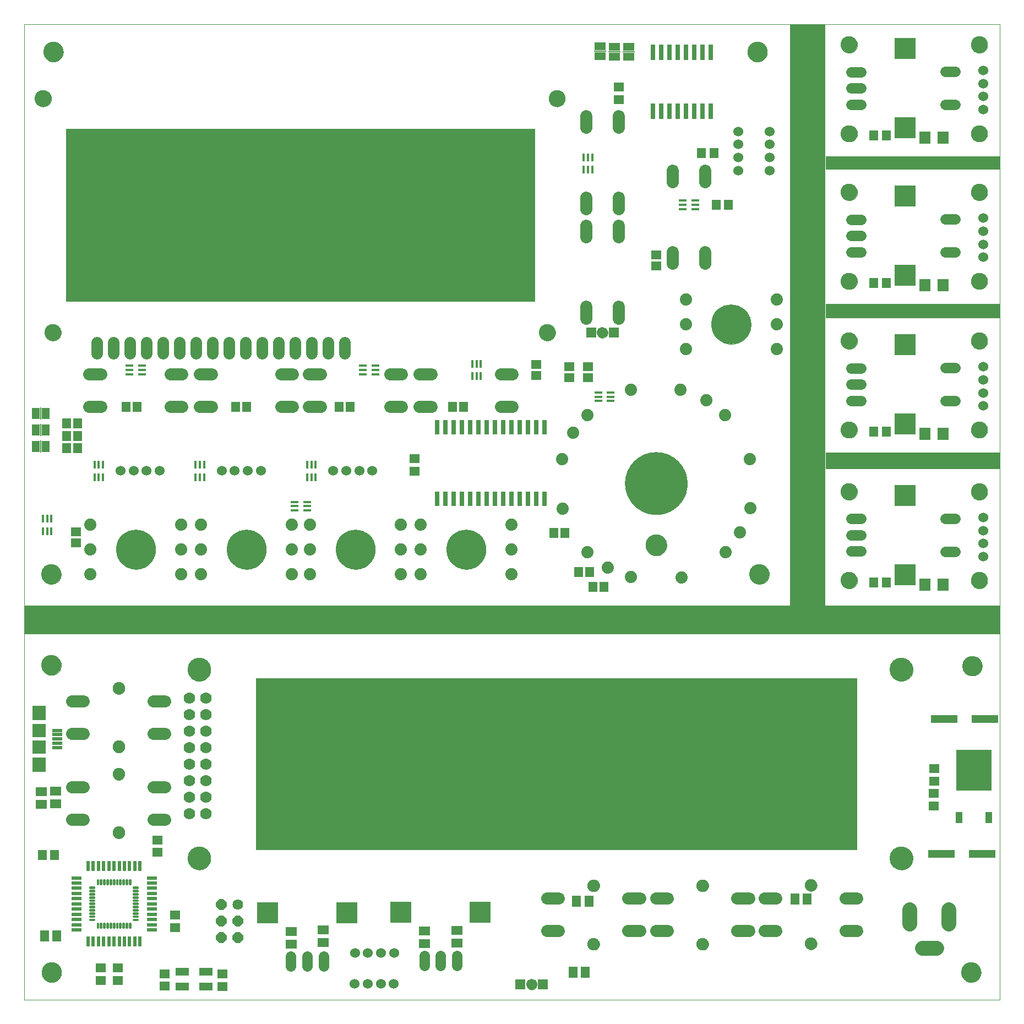
<source format=gbs>
G75*
G70*
%OFA0B0*%
%FSLAX24Y24*%
%IPPOS*%
%LPD*%
%AMOC8*
5,1,8,0,0,1.08239X$1,22.5*
%
%ADD10C,0.0000*%
%ADD11R,5.9055X0.1750*%
%ADD12R,1.0562X0.0813*%
%ADD13R,1.0562X0.0875*%
%ADD14R,1.0562X0.1000*%
%ADD15R,0.2125X3.5250*%
%ADD16R,0.0276X0.0906*%
%ADD17R,0.0552X0.0631*%
%ADD18R,0.0631X0.0552*%
%ADD19R,0.0180X0.0480*%
%ADD20R,0.0500X0.0670*%
%ADD21R,0.0060X0.0720*%
%ADD22R,0.0260X0.0940*%
%ADD23C,0.0700*%
%ADD24C,0.1024*%
%ADD25R,2.8438X1.0500*%
%ADD26R,0.0670X0.0500*%
%ADD27R,0.0720X0.0060*%
%ADD28C,0.1221*%
%ADD29C,0.0745*%
%ADD30C,0.0740*%
%ADD31C,0.2402*%
%ADD32C,0.1300*%
%ADD33C,0.3790*%
%ADD34R,0.0480X0.0180*%
%ADD35C,0.0600*%
%ADD36R,0.0631X0.0631*%
%ADD37C,0.0670*%
%ADD38C,0.0634*%
%ADD39R,0.1306X0.1306*%
%ADD40R,0.0670X0.0749*%
%ADD41C,0.0005*%
%ADD42C,0.0700*%
%ADD43C,0.1418*%
%ADD44R,3.6437X1.0438*%
%ADD45R,0.0670X0.0552*%
%ADD46C,0.0750*%
%ADD47R,0.0631X0.0237*%
%ADD48R,0.0237X0.0631*%
%ADD49C,0.0134*%
%ADD50R,0.0591X0.0197*%
%ADD51R,0.0788X0.0827*%
%ADD52R,0.0788X0.0906*%
%ADD53R,0.0788X0.0473*%
%ADD54R,0.0552X0.0670*%
%ADD55C,0.0640*%
%ADD56OC8,0.0640*%
%ADD57C,0.0900*%
%ADD58R,0.2166X0.2481*%
%ADD59R,0.0434X0.0670*%
%ADD60R,0.1640X0.0470*%
D10*
X001467Y000180D02*
X060522Y000180D01*
X060522Y059235D01*
X001467Y059235D01*
X001467Y000180D01*
X002517Y001821D02*
X002519Y001869D01*
X002525Y001917D01*
X002535Y001964D01*
X002548Y002010D01*
X002566Y002055D01*
X002586Y002099D01*
X002611Y002141D01*
X002639Y002180D01*
X002669Y002217D01*
X002703Y002251D01*
X002740Y002283D01*
X002778Y002312D01*
X002819Y002337D01*
X002862Y002359D01*
X002907Y002377D01*
X002953Y002391D01*
X003000Y002402D01*
X003048Y002409D01*
X003096Y002412D01*
X003144Y002411D01*
X003192Y002406D01*
X003240Y002397D01*
X003286Y002385D01*
X003331Y002368D01*
X003375Y002348D01*
X003417Y002325D01*
X003457Y002298D01*
X003495Y002268D01*
X003530Y002235D01*
X003562Y002199D01*
X003592Y002161D01*
X003618Y002120D01*
X003640Y002077D01*
X003660Y002033D01*
X003675Y001988D01*
X003687Y001941D01*
X003695Y001893D01*
X003699Y001845D01*
X003699Y001797D01*
X003695Y001749D01*
X003687Y001701D01*
X003675Y001654D01*
X003660Y001609D01*
X003640Y001565D01*
X003618Y001522D01*
X003592Y001481D01*
X003562Y001443D01*
X003530Y001407D01*
X003495Y001374D01*
X003457Y001344D01*
X003417Y001317D01*
X003375Y001294D01*
X003331Y001274D01*
X003286Y001257D01*
X003240Y001245D01*
X003192Y001236D01*
X003144Y001231D01*
X003096Y001230D01*
X003048Y001233D01*
X003000Y001240D01*
X002953Y001251D01*
X002907Y001265D01*
X002862Y001283D01*
X002819Y001305D01*
X002778Y001330D01*
X002740Y001359D01*
X002703Y001391D01*
X002669Y001425D01*
X002639Y001462D01*
X002611Y001501D01*
X002586Y001543D01*
X002566Y001587D01*
X002548Y001632D01*
X002535Y001678D01*
X002525Y001725D01*
X002519Y001773D01*
X002517Y001821D01*
X006820Y010293D02*
X006822Y010330D01*
X006828Y010367D01*
X006837Y010403D01*
X006851Y010437D01*
X006868Y010470D01*
X006888Y010502D01*
X006911Y010531D01*
X006937Y010557D01*
X006966Y010580D01*
X006997Y010600D01*
X007031Y010617D01*
X007065Y010631D01*
X007101Y010640D01*
X007138Y010646D01*
X007175Y010648D01*
X007212Y010646D01*
X007249Y010640D01*
X007285Y010631D01*
X007319Y010617D01*
X007352Y010600D01*
X007384Y010580D01*
X007413Y010557D01*
X007439Y010531D01*
X007462Y010502D01*
X007482Y010471D01*
X007499Y010437D01*
X007513Y010403D01*
X007522Y010367D01*
X007528Y010330D01*
X007530Y010293D01*
X007528Y010256D01*
X007522Y010219D01*
X007513Y010183D01*
X007499Y010149D01*
X007482Y010116D01*
X007462Y010084D01*
X007439Y010055D01*
X007413Y010029D01*
X007384Y010006D01*
X007353Y009986D01*
X007319Y009969D01*
X007285Y009955D01*
X007249Y009946D01*
X007212Y009940D01*
X007175Y009938D01*
X007138Y009940D01*
X007101Y009946D01*
X007065Y009955D01*
X007031Y009969D01*
X006998Y009986D01*
X006966Y010006D01*
X006937Y010029D01*
X006911Y010055D01*
X006888Y010084D01*
X006868Y010115D01*
X006851Y010149D01*
X006837Y010183D01*
X006828Y010219D01*
X006822Y010256D01*
X006820Y010293D01*
X006820Y013833D02*
X006822Y013870D01*
X006828Y013907D01*
X006837Y013943D01*
X006851Y013977D01*
X006868Y014010D01*
X006888Y014042D01*
X006911Y014071D01*
X006937Y014097D01*
X006966Y014120D01*
X006997Y014140D01*
X007031Y014157D01*
X007065Y014171D01*
X007101Y014180D01*
X007138Y014186D01*
X007175Y014188D01*
X007212Y014186D01*
X007249Y014180D01*
X007285Y014171D01*
X007319Y014157D01*
X007352Y014140D01*
X007384Y014120D01*
X007413Y014097D01*
X007439Y014071D01*
X007462Y014042D01*
X007482Y014011D01*
X007499Y013977D01*
X007513Y013943D01*
X007522Y013907D01*
X007528Y013870D01*
X007530Y013833D01*
X007528Y013796D01*
X007522Y013759D01*
X007513Y013723D01*
X007499Y013689D01*
X007482Y013656D01*
X007462Y013624D01*
X007439Y013595D01*
X007413Y013569D01*
X007384Y013546D01*
X007353Y013526D01*
X007319Y013509D01*
X007285Y013495D01*
X007249Y013486D01*
X007212Y013480D01*
X007175Y013478D01*
X007138Y013480D01*
X007101Y013486D01*
X007065Y013495D01*
X007031Y013509D01*
X006998Y013526D01*
X006966Y013546D01*
X006937Y013569D01*
X006911Y013595D01*
X006888Y013624D01*
X006868Y013655D01*
X006851Y013689D01*
X006837Y013723D01*
X006828Y013759D01*
X006822Y013796D01*
X006820Y013833D01*
X006820Y015488D02*
X006822Y015525D01*
X006828Y015562D01*
X006837Y015598D01*
X006851Y015632D01*
X006868Y015665D01*
X006888Y015697D01*
X006911Y015726D01*
X006937Y015752D01*
X006966Y015775D01*
X006997Y015795D01*
X007031Y015812D01*
X007065Y015826D01*
X007101Y015835D01*
X007138Y015841D01*
X007175Y015843D01*
X007212Y015841D01*
X007249Y015835D01*
X007285Y015826D01*
X007319Y015812D01*
X007352Y015795D01*
X007384Y015775D01*
X007413Y015752D01*
X007439Y015726D01*
X007462Y015697D01*
X007482Y015666D01*
X007499Y015632D01*
X007513Y015598D01*
X007522Y015562D01*
X007528Y015525D01*
X007530Y015488D01*
X007528Y015451D01*
X007522Y015414D01*
X007513Y015378D01*
X007499Y015344D01*
X007482Y015311D01*
X007462Y015279D01*
X007439Y015250D01*
X007413Y015224D01*
X007384Y015201D01*
X007353Y015181D01*
X007319Y015164D01*
X007285Y015150D01*
X007249Y015141D01*
X007212Y015135D01*
X007175Y015133D01*
X007138Y015135D01*
X007101Y015141D01*
X007065Y015150D01*
X007031Y015164D01*
X006998Y015181D01*
X006966Y015201D01*
X006937Y015224D01*
X006911Y015250D01*
X006888Y015279D01*
X006868Y015310D01*
X006851Y015344D01*
X006837Y015378D01*
X006828Y015414D01*
X006822Y015451D01*
X006820Y015488D01*
X006820Y019028D02*
X006822Y019065D01*
X006828Y019102D01*
X006837Y019138D01*
X006851Y019172D01*
X006868Y019205D01*
X006888Y019237D01*
X006911Y019266D01*
X006937Y019292D01*
X006966Y019315D01*
X006997Y019335D01*
X007031Y019352D01*
X007065Y019366D01*
X007101Y019375D01*
X007138Y019381D01*
X007175Y019383D01*
X007212Y019381D01*
X007249Y019375D01*
X007285Y019366D01*
X007319Y019352D01*
X007352Y019335D01*
X007384Y019315D01*
X007413Y019292D01*
X007439Y019266D01*
X007462Y019237D01*
X007482Y019206D01*
X007499Y019172D01*
X007513Y019138D01*
X007522Y019102D01*
X007528Y019065D01*
X007530Y019028D01*
X007528Y018991D01*
X007522Y018954D01*
X007513Y018918D01*
X007499Y018884D01*
X007482Y018851D01*
X007462Y018819D01*
X007439Y018790D01*
X007413Y018764D01*
X007384Y018741D01*
X007353Y018721D01*
X007319Y018704D01*
X007285Y018690D01*
X007249Y018681D01*
X007212Y018675D01*
X007175Y018673D01*
X007138Y018675D01*
X007101Y018681D01*
X007065Y018690D01*
X007031Y018704D01*
X006998Y018721D01*
X006966Y018741D01*
X006937Y018764D01*
X006911Y018790D01*
X006888Y018819D01*
X006868Y018850D01*
X006851Y018884D01*
X006837Y018918D01*
X006828Y018954D01*
X006822Y018991D01*
X006820Y019028D01*
X002507Y020423D02*
X002509Y020471D01*
X002515Y020519D01*
X002525Y020566D01*
X002538Y020612D01*
X002556Y020657D01*
X002576Y020701D01*
X002601Y020743D01*
X002629Y020782D01*
X002659Y020819D01*
X002693Y020853D01*
X002730Y020885D01*
X002768Y020914D01*
X002809Y020939D01*
X002852Y020961D01*
X002897Y020979D01*
X002943Y020993D01*
X002990Y021004D01*
X003038Y021011D01*
X003086Y021014D01*
X003134Y021013D01*
X003182Y021008D01*
X003230Y020999D01*
X003276Y020987D01*
X003321Y020970D01*
X003365Y020950D01*
X003407Y020927D01*
X003447Y020900D01*
X003485Y020870D01*
X003520Y020837D01*
X003552Y020801D01*
X003582Y020763D01*
X003608Y020722D01*
X003630Y020679D01*
X003650Y020635D01*
X003665Y020590D01*
X003677Y020543D01*
X003685Y020495D01*
X003689Y020447D01*
X003689Y020399D01*
X003685Y020351D01*
X003677Y020303D01*
X003665Y020256D01*
X003650Y020211D01*
X003630Y020167D01*
X003608Y020124D01*
X003582Y020083D01*
X003552Y020045D01*
X003520Y020009D01*
X003485Y019976D01*
X003447Y019946D01*
X003407Y019919D01*
X003365Y019896D01*
X003321Y019876D01*
X003276Y019859D01*
X003230Y019847D01*
X003182Y019838D01*
X003134Y019833D01*
X003086Y019832D01*
X003038Y019835D01*
X002990Y019842D01*
X002943Y019853D01*
X002897Y019867D01*
X002852Y019885D01*
X002809Y019907D01*
X002768Y019932D01*
X002730Y019961D01*
X002693Y019993D01*
X002659Y020027D01*
X002629Y020064D01*
X002601Y020103D01*
X002576Y020145D01*
X002556Y020189D01*
X002538Y020234D01*
X002525Y020280D01*
X002515Y020327D01*
X002509Y020375D01*
X002507Y020423D01*
X001467Y024305D02*
X001467Y059174D01*
X002626Y057555D02*
X002628Y057603D01*
X002634Y057651D01*
X002644Y057698D01*
X002657Y057744D01*
X002675Y057789D01*
X002695Y057833D01*
X002720Y057875D01*
X002748Y057914D01*
X002778Y057951D01*
X002812Y057985D01*
X002849Y058017D01*
X002887Y058046D01*
X002928Y058071D01*
X002971Y058093D01*
X003016Y058111D01*
X003062Y058125D01*
X003109Y058136D01*
X003157Y058143D01*
X003205Y058146D01*
X003253Y058145D01*
X003301Y058140D01*
X003349Y058131D01*
X003395Y058119D01*
X003440Y058102D01*
X003484Y058082D01*
X003526Y058059D01*
X003566Y058032D01*
X003604Y058002D01*
X003639Y057969D01*
X003671Y057933D01*
X003701Y057895D01*
X003727Y057854D01*
X003749Y057811D01*
X003769Y057767D01*
X003784Y057722D01*
X003796Y057675D01*
X003804Y057627D01*
X003808Y057579D01*
X003808Y057531D01*
X003804Y057483D01*
X003796Y057435D01*
X003784Y057388D01*
X003769Y057343D01*
X003749Y057299D01*
X003727Y057256D01*
X003701Y057215D01*
X003671Y057177D01*
X003639Y057141D01*
X003604Y057108D01*
X003566Y057078D01*
X003526Y057051D01*
X003484Y057028D01*
X003440Y057008D01*
X003395Y056991D01*
X003349Y056979D01*
X003301Y056970D01*
X003253Y056965D01*
X003205Y056964D01*
X003157Y056967D01*
X003109Y056974D01*
X003062Y056985D01*
X003016Y056999D01*
X002971Y057017D01*
X002928Y057039D01*
X002887Y057064D01*
X002849Y057093D01*
X002812Y057125D01*
X002778Y057159D01*
X002748Y057196D01*
X002720Y057235D01*
X002695Y057277D01*
X002675Y057321D01*
X002657Y057366D01*
X002644Y057412D01*
X002634Y057459D01*
X002628Y057507D01*
X002626Y057555D01*
X002114Y054742D02*
X002116Y054786D01*
X002122Y054830D01*
X002132Y054873D01*
X002145Y054915D01*
X002163Y054955D01*
X002184Y054994D01*
X002208Y055031D01*
X002235Y055066D01*
X002266Y055098D01*
X002299Y055127D01*
X002335Y055153D01*
X002373Y055175D01*
X002413Y055194D01*
X002454Y055210D01*
X002497Y055222D01*
X002540Y055230D01*
X002584Y055234D01*
X002628Y055234D01*
X002672Y055230D01*
X002715Y055222D01*
X002758Y055210D01*
X002799Y055194D01*
X002839Y055175D01*
X002877Y055153D01*
X002913Y055127D01*
X002946Y055098D01*
X002977Y055066D01*
X003004Y055031D01*
X003028Y054994D01*
X003049Y054955D01*
X003067Y054915D01*
X003080Y054873D01*
X003090Y054830D01*
X003096Y054786D01*
X003098Y054742D01*
X003096Y054698D01*
X003090Y054654D01*
X003080Y054611D01*
X003067Y054569D01*
X003049Y054529D01*
X003028Y054490D01*
X003004Y054453D01*
X002977Y054418D01*
X002946Y054386D01*
X002913Y054357D01*
X002877Y054331D01*
X002839Y054309D01*
X002799Y054290D01*
X002758Y054274D01*
X002715Y054262D01*
X002672Y054254D01*
X002628Y054250D01*
X002584Y054250D01*
X002540Y054254D01*
X002497Y054262D01*
X002454Y054274D01*
X002413Y054290D01*
X002373Y054309D01*
X002335Y054331D01*
X002299Y054357D01*
X002266Y054386D01*
X002235Y054418D01*
X002208Y054453D01*
X002184Y054490D01*
X002163Y054529D01*
X002145Y054569D01*
X002132Y054611D01*
X002122Y054654D01*
X002116Y054698D01*
X002114Y054742D01*
X002705Y040568D02*
X002707Y040612D01*
X002713Y040656D01*
X002723Y040699D01*
X002736Y040741D01*
X002754Y040781D01*
X002775Y040820D01*
X002799Y040857D01*
X002826Y040892D01*
X002857Y040924D01*
X002890Y040953D01*
X002926Y040979D01*
X002964Y041001D01*
X003004Y041020D01*
X003045Y041036D01*
X003088Y041048D01*
X003131Y041056D01*
X003175Y041060D01*
X003219Y041060D01*
X003263Y041056D01*
X003306Y041048D01*
X003349Y041036D01*
X003390Y041020D01*
X003430Y041001D01*
X003468Y040979D01*
X003504Y040953D01*
X003537Y040924D01*
X003568Y040892D01*
X003595Y040857D01*
X003619Y040820D01*
X003640Y040781D01*
X003658Y040741D01*
X003671Y040699D01*
X003681Y040656D01*
X003687Y040612D01*
X003689Y040568D01*
X003687Y040524D01*
X003681Y040480D01*
X003671Y040437D01*
X003658Y040395D01*
X003640Y040355D01*
X003619Y040316D01*
X003595Y040279D01*
X003568Y040244D01*
X003537Y040212D01*
X003504Y040183D01*
X003468Y040157D01*
X003430Y040135D01*
X003390Y040116D01*
X003349Y040100D01*
X003306Y040088D01*
X003263Y040080D01*
X003219Y040076D01*
X003175Y040076D01*
X003131Y040080D01*
X003088Y040088D01*
X003045Y040100D01*
X003004Y040116D01*
X002964Y040135D01*
X002926Y040157D01*
X002890Y040183D01*
X002857Y040212D01*
X002826Y040244D01*
X002799Y040279D01*
X002775Y040316D01*
X002754Y040355D01*
X002736Y040395D01*
X002723Y040437D01*
X002713Y040480D01*
X002707Y040524D01*
X002705Y040568D01*
X007036Y027430D02*
X007038Y027499D01*
X007044Y027567D01*
X007054Y027635D01*
X007068Y027702D01*
X007086Y027769D01*
X007107Y027834D01*
X007133Y027898D01*
X007162Y027960D01*
X007194Y028020D01*
X007230Y028079D01*
X007270Y028135D01*
X007312Y028189D01*
X007358Y028240D01*
X007407Y028289D01*
X007458Y028335D01*
X007512Y028377D01*
X007568Y028417D01*
X007626Y028453D01*
X007687Y028485D01*
X007749Y028514D01*
X007813Y028540D01*
X007878Y028561D01*
X007945Y028579D01*
X008012Y028593D01*
X008080Y028603D01*
X008148Y028609D01*
X008217Y028611D01*
X008286Y028609D01*
X008354Y028603D01*
X008422Y028593D01*
X008489Y028579D01*
X008556Y028561D01*
X008621Y028540D01*
X008685Y028514D01*
X008747Y028485D01*
X008807Y028453D01*
X008866Y028417D01*
X008922Y028377D01*
X008976Y028335D01*
X009027Y028289D01*
X009076Y028240D01*
X009122Y028189D01*
X009164Y028135D01*
X009204Y028079D01*
X009240Y028020D01*
X009272Y027960D01*
X009301Y027898D01*
X009327Y027834D01*
X009348Y027769D01*
X009366Y027702D01*
X009380Y027635D01*
X009390Y027567D01*
X009396Y027499D01*
X009398Y027430D01*
X009396Y027361D01*
X009390Y027293D01*
X009380Y027225D01*
X009366Y027158D01*
X009348Y027091D01*
X009327Y027026D01*
X009301Y026962D01*
X009272Y026900D01*
X009240Y026839D01*
X009204Y026781D01*
X009164Y026725D01*
X009122Y026671D01*
X009076Y026620D01*
X009027Y026571D01*
X008976Y026525D01*
X008922Y026483D01*
X008866Y026443D01*
X008808Y026407D01*
X008747Y026375D01*
X008685Y026346D01*
X008621Y026320D01*
X008556Y026299D01*
X008489Y026281D01*
X008422Y026267D01*
X008354Y026257D01*
X008286Y026251D01*
X008217Y026249D01*
X008148Y026251D01*
X008080Y026257D01*
X008012Y026267D01*
X007945Y026281D01*
X007878Y026299D01*
X007813Y026320D01*
X007749Y026346D01*
X007687Y026375D01*
X007626Y026407D01*
X007568Y026443D01*
X007512Y026483D01*
X007458Y026525D01*
X007407Y026571D01*
X007358Y026620D01*
X007312Y026671D01*
X007270Y026725D01*
X007230Y026781D01*
X007194Y026839D01*
X007162Y026900D01*
X007133Y026962D01*
X007107Y027026D01*
X007086Y027091D01*
X007068Y027158D01*
X007054Y027225D01*
X007044Y027293D01*
X007038Y027361D01*
X007036Y027430D01*
X002501Y025930D02*
X002503Y025978D01*
X002509Y026026D01*
X002519Y026073D01*
X002532Y026119D01*
X002550Y026164D01*
X002570Y026208D01*
X002595Y026250D01*
X002623Y026289D01*
X002653Y026326D01*
X002687Y026360D01*
X002724Y026392D01*
X002762Y026421D01*
X002803Y026446D01*
X002846Y026468D01*
X002891Y026486D01*
X002937Y026500D01*
X002984Y026511D01*
X003032Y026518D01*
X003080Y026521D01*
X003128Y026520D01*
X003176Y026515D01*
X003224Y026506D01*
X003270Y026494D01*
X003315Y026477D01*
X003359Y026457D01*
X003401Y026434D01*
X003441Y026407D01*
X003479Y026377D01*
X003514Y026344D01*
X003546Y026308D01*
X003576Y026270D01*
X003602Y026229D01*
X003624Y026186D01*
X003644Y026142D01*
X003659Y026097D01*
X003671Y026050D01*
X003679Y026002D01*
X003683Y025954D01*
X003683Y025906D01*
X003679Y025858D01*
X003671Y025810D01*
X003659Y025763D01*
X003644Y025718D01*
X003624Y025674D01*
X003602Y025631D01*
X003576Y025590D01*
X003546Y025552D01*
X003514Y025516D01*
X003479Y025483D01*
X003441Y025453D01*
X003401Y025426D01*
X003359Y025403D01*
X003315Y025383D01*
X003270Y025366D01*
X003224Y025354D01*
X003176Y025345D01*
X003128Y025340D01*
X003080Y025339D01*
X003032Y025342D01*
X002984Y025349D01*
X002937Y025360D01*
X002891Y025374D01*
X002846Y025392D01*
X002803Y025414D01*
X002762Y025439D01*
X002724Y025468D01*
X002687Y025500D01*
X002653Y025534D01*
X002623Y025571D01*
X002595Y025610D01*
X002570Y025652D01*
X002550Y025696D01*
X002532Y025741D01*
X002519Y025787D01*
X002509Y025834D01*
X002503Y025882D01*
X002501Y025930D01*
X011361Y020155D02*
X011363Y020207D01*
X011369Y020259D01*
X011379Y020310D01*
X011392Y020360D01*
X011410Y020410D01*
X011431Y020457D01*
X011455Y020503D01*
X011484Y020547D01*
X011515Y020589D01*
X011549Y020628D01*
X011586Y020665D01*
X011626Y020698D01*
X011669Y020729D01*
X011713Y020756D01*
X011759Y020780D01*
X011808Y020800D01*
X011857Y020816D01*
X011908Y020829D01*
X011959Y020838D01*
X012011Y020843D01*
X012063Y020844D01*
X012115Y020841D01*
X012167Y020834D01*
X012218Y020823D01*
X012268Y020809D01*
X012317Y020790D01*
X012364Y020768D01*
X012409Y020743D01*
X012453Y020714D01*
X012494Y020682D01*
X012533Y020647D01*
X012568Y020609D01*
X012601Y020568D01*
X012631Y020526D01*
X012657Y020481D01*
X012680Y020434D01*
X012699Y020385D01*
X012715Y020335D01*
X012727Y020285D01*
X012735Y020233D01*
X012739Y020181D01*
X012739Y020129D01*
X012735Y020077D01*
X012727Y020025D01*
X012715Y019975D01*
X012699Y019925D01*
X012680Y019876D01*
X012657Y019829D01*
X012631Y019784D01*
X012601Y019742D01*
X012568Y019701D01*
X012533Y019663D01*
X012494Y019628D01*
X012453Y019596D01*
X012409Y019567D01*
X012364Y019542D01*
X012317Y019520D01*
X012268Y019501D01*
X012218Y019487D01*
X012167Y019476D01*
X012115Y019469D01*
X012063Y019466D01*
X012011Y019467D01*
X011959Y019472D01*
X011908Y019481D01*
X011857Y019494D01*
X011808Y019510D01*
X011759Y019530D01*
X011713Y019554D01*
X011669Y019581D01*
X011626Y019612D01*
X011586Y019645D01*
X011549Y019682D01*
X011515Y019721D01*
X011484Y019763D01*
X011455Y019807D01*
X011431Y019853D01*
X011410Y019900D01*
X011392Y019950D01*
X011379Y020000D01*
X011369Y020051D01*
X011363Y020103D01*
X011361Y020155D01*
X013736Y027430D02*
X013738Y027499D01*
X013744Y027567D01*
X013754Y027635D01*
X013768Y027702D01*
X013786Y027769D01*
X013807Y027834D01*
X013833Y027898D01*
X013862Y027960D01*
X013894Y028020D01*
X013930Y028079D01*
X013970Y028135D01*
X014012Y028189D01*
X014058Y028240D01*
X014107Y028289D01*
X014158Y028335D01*
X014212Y028377D01*
X014268Y028417D01*
X014326Y028453D01*
X014387Y028485D01*
X014449Y028514D01*
X014513Y028540D01*
X014578Y028561D01*
X014645Y028579D01*
X014712Y028593D01*
X014780Y028603D01*
X014848Y028609D01*
X014917Y028611D01*
X014986Y028609D01*
X015054Y028603D01*
X015122Y028593D01*
X015189Y028579D01*
X015256Y028561D01*
X015321Y028540D01*
X015385Y028514D01*
X015447Y028485D01*
X015507Y028453D01*
X015566Y028417D01*
X015622Y028377D01*
X015676Y028335D01*
X015727Y028289D01*
X015776Y028240D01*
X015822Y028189D01*
X015864Y028135D01*
X015904Y028079D01*
X015940Y028020D01*
X015972Y027960D01*
X016001Y027898D01*
X016027Y027834D01*
X016048Y027769D01*
X016066Y027702D01*
X016080Y027635D01*
X016090Y027567D01*
X016096Y027499D01*
X016098Y027430D01*
X016096Y027361D01*
X016090Y027293D01*
X016080Y027225D01*
X016066Y027158D01*
X016048Y027091D01*
X016027Y027026D01*
X016001Y026962D01*
X015972Y026900D01*
X015940Y026839D01*
X015904Y026781D01*
X015864Y026725D01*
X015822Y026671D01*
X015776Y026620D01*
X015727Y026571D01*
X015676Y026525D01*
X015622Y026483D01*
X015566Y026443D01*
X015508Y026407D01*
X015447Y026375D01*
X015385Y026346D01*
X015321Y026320D01*
X015256Y026299D01*
X015189Y026281D01*
X015122Y026267D01*
X015054Y026257D01*
X014986Y026251D01*
X014917Y026249D01*
X014848Y026251D01*
X014780Y026257D01*
X014712Y026267D01*
X014645Y026281D01*
X014578Y026299D01*
X014513Y026320D01*
X014449Y026346D01*
X014387Y026375D01*
X014326Y026407D01*
X014268Y026443D01*
X014212Y026483D01*
X014158Y026525D01*
X014107Y026571D01*
X014058Y026620D01*
X014012Y026671D01*
X013970Y026725D01*
X013930Y026781D01*
X013894Y026839D01*
X013862Y026900D01*
X013833Y026962D01*
X013807Y027026D01*
X013786Y027091D01*
X013768Y027158D01*
X013754Y027225D01*
X013744Y027293D01*
X013738Y027361D01*
X013736Y027430D01*
X020336Y027430D02*
X020338Y027499D01*
X020344Y027567D01*
X020354Y027635D01*
X020368Y027702D01*
X020386Y027769D01*
X020407Y027834D01*
X020433Y027898D01*
X020462Y027960D01*
X020494Y028020D01*
X020530Y028079D01*
X020570Y028135D01*
X020612Y028189D01*
X020658Y028240D01*
X020707Y028289D01*
X020758Y028335D01*
X020812Y028377D01*
X020868Y028417D01*
X020926Y028453D01*
X020987Y028485D01*
X021049Y028514D01*
X021113Y028540D01*
X021178Y028561D01*
X021245Y028579D01*
X021312Y028593D01*
X021380Y028603D01*
X021448Y028609D01*
X021517Y028611D01*
X021586Y028609D01*
X021654Y028603D01*
X021722Y028593D01*
X021789Y028579D01*
X021856Y028561D01*
X021921Y028540D01*
X021985Y028514D01*
X022047Y028485D01*
X022107Y028453D01*
X022166Y028417D01*
X022222Y028377D01*
X022276Y028335D01*
X022327Y028289D01*
X022376Y028240D01*
X022422Y028189D01*
X022464Y028135D01*
X022504Y028079D01*
X022540Y028020D01*
X022572Y027960D01*
X022601Y027898D01*
X022627Y027834D01*
X022648Y027769D01*
X022666Y027702D01*
X022680Y027635D01*
X022690Y027567D01*
X022696Y027499D01*
X022698Y027430D01*
X022696Y027361D01*
X022690Y027293D01*
X022680Y027225D01*
X022666Y027158D01*
X022648Y027091D01*
X022627Y027026D01*
X022601Y026962D01*
X022572Y026900D01*
X022540Y026839D01*
X022504Y026781D01*
X022464Y026725D01*
X022422Y026671D01*
X022376Y026620D01*
X022327Y026571D01*
X022276Y026525D01*
X022222Y026483D01*
X022166Y026443D01*
X022108Y026407D01*
X022047Y026375D01*
X021985Y026346D01*
X021921Y026320D01*
X021856Y026299D01*
X021789Y026281D01*
X021722Y026267D01*
X021654Y026257D01*
X021586Y026251D01*
X021517Y026249D01*
X021448Y026251D01*
X021380Y026257D01*
X021312Y026267D01*
X021245Y026281D01*
X021178Y026299D01*
X021113Y026320D01*
X021049Y026346D01*
X020987Y026375D01*
X020926Y026407D01*
X020868Y026443D01*
X020812Y026483D01*
X020758Y026525D01*
X020707Y026571D01*
X020658Y026620D01*
X020612Y026671D01*
X020570Y026725D01*
X020530Y026781D01*
X020494Y026839D01*
X020462Y026900D01*
X020433Y026962D01*
X020407Y027026D01*
X020386Y027091D01*
X020368Y027158D01*
X020354Y027225D01*
X020344Y027293D01*
X020338Y027361D01*
X020336Y027430D01*
X027036Y027430D02*
X027038Y027499D01*
X027044Y027567D01*
X027054Y027635D01*
X027068Y027702D01*
X027086Y027769D01*
X027107Y027834D01*
X027133Y027898D01*
X027162Y027960D01*
X027194Y028020D01*
X027230Y028079D01*
X027270Y028135D01*
X027312Y028189D01*
X027358Y028240D01*
X027407Y028289D01*
X027458Y028335D01*
X027512Y028377D01*
X027568Y028417D01*
X027626Y028453D01*
X027687Y028485D01*
X027749Y028514D01*
X027813Y028540D01*
X027878Y028561D01*
X027945Y028579D01*
X028012Y028593D01*
X028080Y028603D01*
X028148Y028609D01*
X028217Y028611D01*
X028286Y028609D01*
X028354Y028603D01*
X028422Y028593D01*
X028489Y028579D01*
X028556Y028561D01*
X028621Y028540D01*
X028685Y028514D01*
X028747Y028485D01*
X028807Y028453D01*
X028866Y028417D01*
X028922Y028377D01*
X028976Y028335D01*
X029027Y028289D01*
X029076Y028240D01*
X029122Y028189D01*
X029164Y028135D01*
X029204Y028079D01*
X029240Y028020D01*
X029272Y027960D01*
X029301Y027898D01*
X029327Y027834D01*
X029348Y027769D01*
X029366Y027702D01*
X029380Y027635D01*
X029390Y027567D01*
X029396Y027499D01*
X029398Y027430D01*
X029396Y027361D01*
X029390Y027293D01*
X029380Y027225D01*
X029366Y027158D01*
X029348Y027091D01*
X029327Y027026D01*
X029301Y026962D01*
X029272Y026900D01*
X029240Y026839D01*
X029204Y026781D01*
X029164Y026725D01*
X029122Y026671D01*
X029076Y026620D01*
X029027Y026571D01*
X028976Y026525D01*
X028922Y026483D01*
X028866Y026443D01*
X028808Y026407D01*
X028747Y026375D01*
X028685Y026346D01*
X028621Y026320D01*
X028556Y026299D01*
X028489Y026281D01*
X028422Y026267D01*
X028354Y026257D01*
X028286Y026251D01*
X028217Y026249D01*
X028148Y026251D01*
X028080Y026257D01*
X028012Y026267D01*
X027945Y026281D01*
X027878Y026299D01*
X027813Y026320D01*
X027749Y026346D01*
X027687Y026375D01*
X027626Y026407D01*
X027568Y026443D01*
X027512Y026483D01*
X027458Y026525D01*
X027407Y026571D01*
X027358Y026620D01*
X027312Y026671D01*
X027270Y026725D01*
X027230Y026781D01*
X027194Y026839D01*
X027162Y026900D01*
X027133Y026962D01*
X027107Y027026D01*
X027086Y027091D01*
X027068Y027158D01*
X027054Y027225D01*
X027044Y027293D01*
X027038Y027361D01*
X027036Y027430D01*
X039087Y027690D02*
X039089Y027740D01*
X039095Y027790D01*
X039105Y027839D01*
X039119Y027887D01*
X039136Y027934D01*
X039157Y027979D01*
X039182Y028023D01*
X039210Y028064D01*
X039242Y028103D01*
X039276Y028140D01*
X039313Y028174D01*
X039353Y028204D01*
X039395Y028231D01*
X039439Y028255D01*
X039485Y028276D01*
X039532Y028292D01*
X039580Y028305D01*
X039630Y028314D01*
X039679Y028319D01*
X039730Y028320D01*
X039780Y028317D01*
X039829Y028310D01*
X039878Y028299D01*
X039926Y028284D01*
X039972Y028266D01*
X040017Y028244D01*
X040060Y028218D01*
X040101Y028189D01*
X040140Y028157D01*
X040176Y028122D01*
X040208Y028084D01*
X040238Y028044D01*
X040265Y028001D01*
X040288Y027957D01*
X040307Y027911D01*
X040323Y027863D01*
X040335Y027814D01*
X040343Y027765D01*
X040347Y027715D01*
X040347Y027665D01*
X040343Y027615D01*
X040335Y027566D01*
X040323Y027517D01*
X040307Y027469D01*
X040288Y027423D01*
X040265Y027379D01*
X040238Y027336D01*
X040208Y027296D01*
X040176Y027258D01*
X040140Y027223D01*
X040101Y027191D01*
X040060Y027162D01*
X040017Y027136D01*
X039972Y027114D01*
X039926Y027096D01*
X039878Y027081D01*
X039829Y027070D01*
X039780Y027063D01*
X039730Y027060D01*
X039679Y027061D01*
X039630Y027066D01*
X039580Y027075D01*
X039532Y027088D01*
X039485Y027104D01*
X039439Y027125D01*
X039395Y027149D01*
X039353Y027176D01*
X039313Y027206D01*
X039276Y027240D01*
X039242Y027277D01*
X039210Y027316D01*
X039182Y027357D01*
X039157Y027401D01*
X039136Y027446D01*
X039119Y027493D01*
X039105Y027541D01*
X039095Y027590D01*
X039089Y027640D01*
X039087Y027690D01*
X037842Y031430D02*
X037844Y031522D01*
X037851Y031614D01*
X037862Y031705D01*
X037878Y031796D01*
X037898Y031886D01*
X037923Y031974D01*
X037952Y032062D01*
X037985Y032148D01*
X038022Y032232D01*
X038063Y032314D01*
X038109Y032394D01*
X038158Y032472D01*
X038211Y032547D01*
X038268Y032619D01*
X038328Y032689D01*
X038391Y032756D01*
X038458Y032819D01*
X038528Y032879D01*
X038600Y032936D01*
X038675Y032989D01*
X038753Y033038D01*
X038833Y033084D01*
X038915Y033125D01*
X038999Y033162D01*
X039085Y033195D01*
X039173Y033224D01*
X039261Y033249D01*
X039351Y033269D01*
X039442Y033285D01*
X039533Y033296D01*
X039625Y033303D01*
X039717Y033305D01*
X039809Y033303D01*
X039901Y033296D01*
X039992Y033285D01*
X040083Y033269D01*
X040173Y033249D01*
X040261Y033224D01*
X040349Y033195D01*
X040435Y033162D01*
X040519Y033125D01*
X040601Y033084D01*
X040681Y033038D01*
X040759Y032989D01*
X040834Y032936D01*
X040906Y032879D01*
X040976Y032819D01*
X041043Y032756D01*
X041106Y032689D01*
X041166Y032619D01*
X041223Y032547D01*
X041276Y032472D01*
X041325Y032394D01*
X041371Y032314D01*
X041412Y032232D01*
X041449Y032148D01*
X041482Y032062D01*
X041511Y031974D01*
X041536Y031886D01*
X041556Y031796D01*
X041572Y031705D01*
X041583Y031614D01*
X041590Y031522D01*
X041592Y031430D01*
X041590Y031338D01*
X041583Y031246D01*
X041572Y031155D01*
X041556Y031064D01*
X041536Y030974D01*
X041511Y030886D01*
X041482Y030798D01*
X041449Y030712D01*
X041412Y030628D01*
X041371Y030546D01*
X041325Y030466D01*
X041276Y030388D01*
X041223Y030313D01*
X041166Y030241D01*
X041106Y030171D01*
X041043Y030104D01*
X040976Y030041D01*
X040906Y029981D01*
X040834Y029924D01*
X040759Y029871D01*
X040681Y029822D01*
X040601Y029776D01*
X040519Y029735D01*
X040435Y029698D01*
X040349Y029665D01*
X040261Y029636D01*
X040173Y029611D01*
X040083Y029591D01*
X039992Y029575D01*
X039901Y029564D01*
X039809Y029557D01*
X039717Y029555D01*
X039625Y029557D01*
X039533Y029564D01*
X039442Y029575D01*
X039351Y029591D01*
X039261Y029611D01*
X039173Y029636D01*
X039085Y029665D01*
X038999Y029698D01*
X038915Y029735D01*
X038833Y029776D01*
X038753Y029822D01*
X038675Y029871D01*
X038600Y029924D01*
X038528Y029981D01*
X038458Y030041D01*
X038391Y030104D01*
X038328Y030171D01*
X038268Y030241D01*
X038211Y030313D01*
X038158Y030388D01*
X038109Y030466D01*
X038063Y030546D01*
X038022Y030628D01*
X037985Y030712D01*
X037952Y030798D01*
X037923Y030886D01*
X037898Y030974D01*
X037878Y031064D01*
X037862Y031155D01*
X037851Y031246D01*
X037844Y031338D01*
X037842Y031430D01*
X045376Y025930D02*
X045378Y025978D01*
X045384Y026026D01*
X045394Y026073D01*
X045407Y026119D01*
X045425Y026164D01*
X045445Y026208D01*
X045470Y026250D01*
X045498Y026289D01*
X045528Y026326D01*
X045562Y026360D01*
X045599Y026392D01*
X045637Y026421D01*
X045678Y026446D01*
X045721Y026468D01*
X045766Y026486D01*
X045812Y026500D01*
X045859Y026511D01*
X045907Y026518D01*
X045955Y026521D01*
X046003Y026520D01*
X046051Y026515D01*
X046099Y026506D01*
X046145Y026494D01*
X046190Y026477D01*
X046234Y026457D01*
X046276Y026434D01*
X046316Y026407D01*
X046354Y026377D01*
X046389Y026344D01*
X046421Y026308D01*
X046451Y026270D01*
X046477Y026229D01*
X046499Y026186D01*
X046519Y026142D01*
X046534Y026097D01*
X046546Y026050D01*
X046554Y026002D01*
X046558Y025954D01*
X046558Y025906D01*
X046554Y025858D01*
X046546Y025810D01*
X046534Y025763D01*
X046519Y025718D01*
X046499Y025674D01*
X046477Y025631D01*
X046451Y025590D01*
X046421Y025552D01*
X046389Y025516D01*
X046354Y025483D01*
X046316Y025453D01*
X046276Y025426D01*
X046234Y025403D01*
X046190Y025383D01*
X046145Y025366D01*
X046099Y025354D01*
X046051Y025345D01*
X046003Y025340D01*
X045955Y025339D01*
X045907Y025342D01*
X045859Y025349D01*
X045812Y025360D01*
X045766Y025374D01*
X045721Y025392D01*
X045678Y025414D01*
X045637Y025439D01*
X045599Y025468D01*
X045562Y025500D01*
X045528Y025534D01*
X045498Y025571D01*
X045470Y025610D01*
X045445Y025652D01*
X045425Y025696D01*
X045407Y025741D01*
X045394Y025787D01*
X045384Y025834D01*
X045378Y025882D01*
X045376Y025930D01*
X050913Y025555D02*
X050915Y025599D01*
X050921Y025643D01*
X050931Y025686D01*
X050944Y025728D01*
X050962Y025768D01*
X050983Y025807D01*
X051007Y025844D01*
X051034Y025879D01*
X051065Y025911D01*
X051098Y025940D01*
X051134Y025966D01*
X051172Y025988D01*
X051212Y026007D01*
X051253Y026023D01*
X051296Y026035D01*
X051339Y026043D01*
X051383Y026047D01*
X051427Y026047D01*
X051471Y026043D01*
X051514Y026035D01*
X051557Y026023D01*
X051598Y026007D01*
X051638Y025988D01*
X051676Y025966D01*
X051712Y025940D01*
X051745Y025911D01*
X051776Y025879D01*
X051803Y025844D01*
X051827Y025807D01*
X051848Y025768D01*
X051866Y025728D01*
X051879Y025686D01*
X051889Y025643D01*
X051895Y025599D01*
X051897Y025555D01*
X051895Y025511D01*
X051889Y025467D01*
X051879Y025424D01*
X051866Y025382D01*
X051848Y025342D01*
X051827Y025303D01*
X051803Y025266D01*
X051776Y025231D01*
X051745Y025199D01*
X051712Y025170D01*
X051676Y025144D01*
X051638Y025122D01*
X051598Y025103D01*
X051557Y025087D01*
X051514Y025075D01*
X051471Y025067D01*
X051427Y025063D01*
X051383Y025063D01*
X051339Y025067D01*
X051296Y025075D01*
X051253Y025087D01*
X051212Y025103D01*
X051172Y025122D01*
X051134Y025144D01*
X051098Y025170D01*
X051065Y025199D01*
X051034Y025231D01*
X051007Y025266D01*
X050983Y025303D01*
X050962Y025342D01*
X050944Y025382D01*
X050931Y025424D01*
X050921Y025467D01*
X050915Y025511D01*
X050913Y025555D01*
X050913Y030930D02*
X050915Y030974D01*
X050921Y031018D01*
X050931Y031061D01*
X050944Y031103D01*
X050962Y031143D01*
X050983Y031182D01*
X051007Y031219D01*
X051034Y031254D01*
X051065Y031286D01*
X051098Y031315D01*
X051134Y031341D01*
X051172Y031363D01*
X051212Y031382D01*
X051253Y031398D01*
X051296Y031410D01*
X051339Y031418D01*
X051383Y031422D01*
X051427Y031422D01*
X051471Y031418D01*
X051514Y031410D01*
X051557Y031398D01*
X051598Y031382D01*
X051638Y031363D01*
X051676Y031341D01*
X051712Y031315D01*
X051745Y031286D01*
X051776Y031254D01*
X051803Y031219D01*
X051827Y031182D01*
X051848Y031143D01*
X051866Y031103D01*
X051879Y031061D01*
X051889Y031018D01*
X051895Y030974D01*
X051897Y030930D01*
X051895Y030886D01*
X051889Y030842D01*
X051879Y030799D01*
X051866Y030757D01*
X051848Y030717D01*
X051827Y030678D01*
X051803Y030641D01*
X051776Y030606D01*
X051745Y030574D01*
X051712Y030545D01*
X051676Y030519D01*
X051638Y030497D01*
X051598Y030478D01*
X051557Y030462D01*
X051514Y030450D01*
X051471Y030442D01*
X051427Y030438D01*
X051383Y030438D01*
X051339Y030442D01*
X051296Y030450D01*
X051253Y030462D01*
X051212Y030478D01*
X051172Y030497D01*
X051134Y030519D01*
X051098Y030545D01*
X051065Y030574D01*
X051034Y030606D01*
X051007Y030641D01*
X050983Y030678D01*
X050962Y030717D01*
X050944Y030757D01*
X050931Y030799D01*
X050921Y030842D01*
X050915Y030886D01*
X050913Y030930D01*
X050913Y034680D02*
X050915Y034724D01*
X050921Y034768D01*
X050931Y034811D01*
X050944Y034853D01*
X050962Y034893D01*
X050983Y034932D01*
X051007Y034969D01*
X051034Y035004D01*
X051065Y035036D01*
X051098Y035065D01*
X051134Y035091D01*
X051172Y035113D01*
X051212Y035132D01*
X051253Y035148D01*
X051296Y035160D01*
X051339Y035168D01*
X051383Y035172D01*
X051427Y035172D01*
X051471Y035168D01*
X051514Y035160D01*
X051557Y035148D01*
X051598Y035132D01*
X051638Y035113D01*
X051676Y035091D01*
X051712Y035065D01*
X051745Y035036D01*
X051776Y035004D01*
X051803Y034969D01*
X051827Y034932D01*
X051848Y034893D01*
X051866Y034853D01*
X051879Y034811D01*
X051889Y034768D01*
X051895Y034724D01*
X051897Y034680D01*
X051895Y034636D01*
X051889Y034592D01*
X051879Y034549D01*
X051866Y034507D01*
X051848Y034467D01*
X051827Y034428D01*
X051803Y034391D01*
X051776Y034356D01*
X051745Y034324D01*
X051712Y034295D01*
X051676Y034269D01*
X051638Y034247D01*
X051598Y034228D01*
X051557Y034212D01*
X051514Y034200D01*
X051471Y034192D01*
X051427Y034188D01*
X051383Y034188D01*
X051339Y034192D01*
X051296Y034200D01*
X051253Y034212D01*
X051212Y034228D01*
X051172Y034247D01*
X051134Y034269D01*
X051098Y034295D01*
X051065Y034324D01*
X051034Y034356D01*
X051007Y034391D01*
X050983Y034428D01*
X050962Y034467D01*
X050944Y034507D01*
X050931Y034549D01*
X050921Y034592D01*
X050915Y034636D01*
X050913Y034680D01*
X050913Y040055D02*
X050915Y040099D01*
X050921Y040143D01*
X050931Y040186D01*
X050944Y040228D01*
X050962Y040268D01*
X050983Y040307D01*
X051007Y040344D01*
X051034Y040379D01*
X051065Y040411D01*
X051098Y040440D01*
X051134Y040466D01*
X051172Y040488D01*
X051212Y040507D01*
X051253Y040523D01*
X051296Y040535D01*
X051339Y040543D01*
X051383Y040547D01*
X051427Y040547D01*
X051471Y040543D01*
X051514Y040535D01*
X051557Y040523D01*
X051598Y040507D01*
X051638Y040488D01*
X051676Y040466D01*
X051712Y040440D01*
X051745Y040411D01*
X051776Y040379D01*
X051803Y040344D01*
X051827Y040307D01*
X051848Y040268D01*
X051866Y040228D01*
X051879Y040186D01*
X051889Y040143D01*
X051895Y040099D01*
X051897Y040055D01*
X051895Y040011D01*
X051889Y039967D01*
X051879Y039924D01*
X051866Y039882D01*
X051848Y039842D01*
X051827Y039803D01*
X051803Y039766D01*
X051776Y039731D01*
X051745Y039699D01*
X051712Y039670D01*
X051676Y039644D01*
X051638Y039622D01*
X051598Y039603D01*
X051557Y039587D01*
X051514Y039575D01*
X051471Y039567D01*
X051427Y039563D01*
X051383Y039563D01*
X051339Y039567D01*
X051296Y039575D01*
X051253Y039587D01*
X051212Y039603D01*
X051172Y039622D01*
X051134Y039644D01*
X051098Y039670D01*
X051065Y039699D01*
X051034Y039731D01*
X051007Y039766D01*
X050983Y039803D01*
X050962Y039842D01*
X050944Y039882D01*
X050931Y039924D01*
X050921Y039967D01*
X050915Y040011D01*
X050913Y040055D01*
X050913Y043680D02*
X050915Y043724D01*
X050921Y043768D01*
X050931Y043811D01*
X050944Y043853D01*
X050962Y043893D01*
X050983Y043932D01*
X051007Y043969D01*
X051034Y044004D01*
X051065Y044036D01*
X051098Y044065D01*
X051134Y044091D01*
X051172Y044113D01*
X051212Y044132D01*
X051253Y044148D01*
X051296Y044160D01*
X051339Y044168D01*
X051383Y044172D01*
X051427Y044172D01*
X051471Y044168D01*
X051514Y044160D01*
X051557Y044148D01*
X051598Y044132D01*
X051638Y044113D01*
X051676Y044091D01*
X051712Y044065D01*
X051745Y044036D01*
X051776Y044004D01*
X051803Y043969D01*
X051827Y043932D01*
X051848Y043893D01*
X051866Y043853D01*
X051879Y043811D01*
X051889Y043768D01*
X051895Y043724D01*
X051897Y043680D01*
X051895Y043636D01*
X051889Y043592D01*
X051879Y043549D01*
X051866Y043507D01*
X051848Y043467D01*
X051827Y043428D01*
X051803Y043391D01*
X051776Y043356D01*
X051745Y043324D01*
X051712Y043295D01*
X051676Y043269D01*
X051638Y043247D01*
X051598Y043228D01*
X051557Y043212D01*
X051514Y043200D01*
X051471Y043192D01*
X051427Y043188D01*
X051383Y043188D01*
X051339Y043192D01*
X051296Y043200D01*
X051253Y043212D01*
X051212Y043228D01*
X051172Y043247D01*
X051134Y043269D01*
X051098Y043295D01*
X051065Y043324D01*
X051034Y043356D01*
X051007Y043391D01*
X050983Y043428D01*
X050962Y043467D01*
X050944Y043507D01*
X050931Y043549D01*
X050921Y043592D01*
X050915Y043636D01*
X050913Y043680D01*
X050913Y049055D02*
X050915Y049099D01*
X050921Y049143D01*
X050931Y049186D01*
X050944Y049228D01*
X050962Y049268D01*
X050983Y049307D01*
X051007Y049344D01*
X051034Y049379D01*
X051065Y049411D01*
X051098Y049440D01*
X051134Y049466D01*
X051172Y049488D01*
X051212Y049507D01*
X051253Y049523D01*
X051296Y049535D01*
X051339Y049543D01*
X051383Y049547D01*
X051427Y049547D01*
X051471Y049543D01*
X051514Y049535D01*
X051557Y049523D01*
X051598Y049507D01*
X051638Y049488D01*
X051676Y049466D01*
X051712Y049440D01*
X051745Y049411D01*
X051776Y049379D01*
X051803Y049344D01*
X051827Y049307D01*
X051848Y049268D01*
X051866Y049228D01*
X051879Y049186D01*
X051889Y049143D01*
X051895Y049099D01*
X051897Y049055D01*
X051895Y049011D01*
X051889Y048967D01*
X051879Y048924D01*
X051866Y048882D01*
X051848Y048842D01*
X051827Y048803D01*
X051803Y048766D01*
X051776Y048731D01*
X051745Y048699D01*
X051712Y048670D01*
X051676Y048644D01*
X051638Y048622D01*
X051598Y048603D01*
X051557Y048587D01*
X051514Y048575D01*
X051471Y048567D01*
X051427Y048563D01*
X051383Y048563D01*
X051339Y048567D01*
X051296Y048575D01*
X051253Y048587D01*
X051212Y048603D01*
X051172Y048622D01*
X051134Y048644D01*
X051098Y048670D01*
X051065Y048699D01*
X051034Y048731D01*
X051007Y048766D01*
X050983Y048803D01*
X050962Y048842D01*
X050944Y048882D01*
X050931Y048924D01*
X050921Y048967D01*
X050915Y049011D01*
X050913Y049055D01*
X050913Y052618D02*
X050915Y052662D01*
X050921Y052706D01*
X050931Y052749D01*
X050944Y052791D01*
X050962Y052831D01*
X050983Y052870D01*
X051007Y052907D01*
X051034Y052942D01*
X051065Y052974D01*
X051098Y053003D01*
X051134Y053029D01*
X051172Y053051D01*
X051212Y053070D01*
X051253Y053086D01*
X051296Y053098D01*
X051339Y053106D01*
X051383Y053110D01*
X051427Y053110D01*
X051471Y053106D01*
X051514Y053098D01*
X051557Y053086D01*
X051598Y053070D01*
X051638Y053051D01*
X051676Y053029D01*
X051712Y053003D01*
X051745Y052974D01*
X051776Y052942D01*
X051803Y052907D01*
X051827Y052870D01*
X051848Y052831D01*
X051866Y052791D01*
X051879Y052749D01*
X051889Y052706D01*
X051895Y052662D01*
X051897Y052618D01*
X051895Y052574D01*
X051889Y052530D01*
X051879Y052487D01*
X051866Y052445D01*
X051848Y052405D01*
X051827Y052366D01*
X051803Y052329D01*
X051776Y052294D01*
X051745Y052262D01*
X051712Y052233D01*
X051676Y052207D01*
X051638Y052185D01*
X051598Y052166D01*
X051557Y052150D01*
X051514Y052138D01*
X051471Y052130D01*
X051427Y052126D01*
X051383Y052126D01*
X051339Y052130D01*
X051296Y052138D01*
X051253Y052150D01*
X051212Y052166D01*
X051172Y052185D01*
X051134Y052207D01*
X051098Y052233D01*
X051065Y052262D01*
X051034Y052294D01*
X051007Y052329D01*
X050983Y052366D01*
X050962Y052405D01*
X050944Y052445D01*
X050931Y052487D01*
X050921Y052530D01*
X050915Y052574D01*
X050913Y052618D01*
X045251Y057555D02*
X045253Y057603D01*
X045259Y057651D01*
X045269Y057698D01*
X045282Y057744D01*
X045300Y057789D01*
X045320Y057833D01*
X045345Y057875D01*
X045373Y057914D01*
X045403Y057951D01*
X045437Y057985D01*
X045474Y058017D01*
X045512Y058046D01*
X045553Y058071D01*
X045596Y058093D01*
X045641Y058111D01*
X045687Y058125D01*
X045734Y058136D01*
X045782Y058143D01*
X045830Y058146D01*
X045878Y058145D01*
X045926Y058140D01*
X045974Y058131D01*
X046020Y058119D01*
X046065Y058102D01*
X046109Y058082D01*
X046151Y058059D01*
X046191Y058032D01*
X046229Y058002D01*
X046264Y057969D01*
X046296Y057933D01*
X046326Y057895D01*
X046352Y057854D01*
X046374Y057811D01*
X046394Y057767D01*
X046409Y057722D01*
X046421Y057675D01*
X046429Y057627D01*
X046433Y057579D01*
X046433Y057531D01*
X046429Y057483D01*
X046421Y057435D01*
X046409Y057388D01*
X046394Y057343D01*
X046374Y057299D01*
X046352Y057256D01*
X046326Y057215D01*
X046296Y057177D01*
X046264Y057141D01*
X046229Y057108D01*
X046191Y057078D01*
X046151Y057051D01*
X046109Y057028D01*
X046065Y057008D01*
X046020Y056991D01*
X045974Y056979D01*
X045926Y056970D01*
X045878Y056965D01*
X045830Y056964D01*
X045782Y056967D01*
X045734Y056974D01*
X045687Y056985D01*
X045641Y056999D01*
X045596Y057017D01*
X045553Y057039D01*
X045512Y057064D01*
X045474Y057093D01*
X045437Y057125D01*
X045403Y057159D01*
X045373Y057196D01*
X045345Y057235D01*
X045320Y057277D01*
X045300Y057321D01*
X045282Y057366D01*
X045269Y057412D01*
X045259Y057459D01*
X045253Y057507D01*
X045251Y057555D01*
X050913Y057993D02*
X050915Y058037D01*
X050921Y058081D01*
X050931Y058124D01*
X050944Y058166D01*
X050962Y058206D01*
X050983Y058245D01*
X051007Y058282D01*
X051034Y058317D01*
X051065Y058349D01*
X051098Y058378D01*
X051134Y058404D01*
X051172Y058426D01*
X051212Y058445D01*
X051253Y058461D01*
X051296Y058473D01*
X051339Y058481D01*
X051383Y058485D01*
X051427Y058485D01*
X051471Y058481D01*
X051514Y058473D01*
X051557Y058461D01*
X051598Y058445D01*
X051638Y058426D01*
X051676Y058404D01*
X051712Y058378D01*
X051745Y058349D01*
X051776Y058317D01*
X051803Y058282D01*
X051827Y058245D01*
X051848Y058206D01*
X051866Y058166D01*
X051879Y058124D01*
X051889Y058081D01*
X051895Y058037D01*
X051897Y057993D01*
X051895Y057949D01*
X051889Y057905D01*
X051879Y057862D01*
X051866Y057820D01*
X051848Y057780D01*
X051827Y057741D01*
X051803Y057704D01*
X051776Y057669D01*
X051745Y057637D01*
X051712Y057608D01*
X051676Y057582D01*
X051638Y057560D01*
X051598Y057541D01*
X051557Y057525D01*
X051514Y057513D01*
X051471Y057505D01*
X051427Y057501D01*
X051383Y057501D01*
X051339Y057505D01*
X051296Y057513D01*
X051253Y057525D01*
X051212Y057541D01*
X051172Y057560D01*
X051134Y057582D01*
X051098Y057608D01*
X051065Y057637D01*
X051034Y057669D01*
X051007Y057704D01*
X050983Y057741D01*
X050962Y057780D01*
X050944Y057820D01*
X050931Y057862D01*
X050921Y057905D01*
X050915Y057949D01*
X050913Y057993D01*
X058788Y057993D02*
X058790Y058037D01*
X058796Y058081D01*
X058806Y058124D01*
X058819Y058166D01*
X058837Y058206D01*
X058858Y058245D01*
X058882Y058282D01*
X058909Y058317D01*
X058940Y058349D01*
X058973Y058378D01*
X059009Y058404D01*
X059047Y058426D01*
X059087Y058445D01*
X059128Y058461D01*
X059171Y058473D01*
X059214Y058481D01*
X059258Y058485D01*
X059302Y058485D01*
X059346Y058481D01*
X059389Y058473D01*
X059432Y058461D01*
X059473Y058445D01*
X059513Y058426D01*
X059551Y058404D01*
X059587Y058378D01*
X059620Y058349D01*
X059651Y058317D01*
X059678Y058282D01*
X059702Y058245D01*
X059723Y058206D01*
X059741Y058166D01*
X059754Y058124D01*
X059764Y058081D01*
X059770Y058037D01*
X059772Y057993D01*
X059770Y057949D01*
X059764Y057905D01*
X059754Y057862D01*
X059741Y057820D01*
X059723Y057780D01*
X059702Y057741D01*
X059678Y057704D01*
X059651Y057669D01*
X059620Y057637D01*
X059587Y057608D01*
X059551Y057582D01*
X059513Y057560D01*
X059473Y057541D01*
X059432Y057525D01*
X059389Y057513D01*
X059346Y057505D01*
X059302Y057501D01*
X059258Y057501D01*
X059214Y057505D01*
X059171Y057513D01*
X059128Y057525D01*
X059087Y057541D01*
X059047Y057560D01*
X059009Y057582D01*
X058973Y057608D01*
X058940Y057637D01*
X058909Y057669D01*
X058882Y057704D01*
X058858Y057741D01*
X058837Y057780D01*
X058819Y057820D01*
X058806Y057862D01*
X058796Y057905D01*
X058790Y057949D01*
X058788Y057993D01*
X060522Y059238D02*
X060522Y051368D01*
X060522Y050300D02*
X060522Y042430D01*
X060522Y041300D02*
X060522Y033430D01*
X060522Y032175D02*
X060522Y024305D01*
X058788Y025555D02*
X058790Y025599D01*
X058796Y025643D01*
X058806Y025686D01*
X058819Y025728D01*
X058837Y025768D01*
X058858Y025807D01*
X058882Y025844D01*
X058909Y025879D01*
X058940Y025911D01*
X058973Y025940D01*
X059009Y025966D01*
X059047Y025988D01*
X059087Y026007D01*
X059128Y026023D01*
X059171Y026035D01*
X059214Y026043D01*
X059258Y026047D01*
X059302Y026047D01*
X059346Y026043D01*
X059389Y026035D01*
X059432Y026023D01*
X059473Y026007D01*
X059513Y025988D01*
X059551Y025966D01*
X059587Y025940D01*
X059620Y025911D01*
X059651Y025879D01*
X059678Y025844D01*
X059702Y025807D01*
X059723Y025768D01*
X059741Y025728D01*
X059754Y025686D01*
X059764Y025643D01*
X059770Y025599D01*
X059772Y025555D01*
X059770Y025511D01*
X059764Y025467D01*
X059754Y025424D01*
X059741Y025382D01*
X059723Y025342D01*
X059702Y025303D01*
X059678Y025266D01*
X059651Y025231D01*
X059620Y025199D01*
X059587Y025170D01*
X059551Y025144D01*
X059513Y025122D01*
X059473Y025103D01*
X059432Y025087D01*
X059389Y025075D01*
X059346Y025067D01*
X059302Y025063D01*
X059258Y025063D01*
X059214Y025067D01*
X059171Y025075D01*
X059128Y025087D01*
X059087Y025103D01*
X059047Y025122D01*
X059009Y025144D01*
X058973Y025170D01*
X058940Y025199D01*
X058909Y025231D01*
X058882Y025266D01*
X058858Y025303D01*
X058837Y025342D01*
X058819Y025382D01*
X058806Y025424D01*
X058796Y025467D01*
X058790Y025511D01*
X058788Y025555D01*
X058267Y020383D02*
X058269Y020431D01*
X058275Y020479D01*
X058285Y020526D01*
X058298Y020572D01*
X058316Y020617D01*
X058336Y020661D01*
X058361Y020703D01*
X058389Y020742D01*
X058419Y020779D01*
X058453Y020813D01*
X058490Y020845D01*
X058528Y020874D01*
X058569Y020899D01*
X058612Y020921D01*
X058657Y020939D01*
X058703Y020953D01*
X058750Y020964D01*
X058798Y020971D01*
X058846Y020974D01*
X058894Y020973D01*
X058942Y020968D01*
X058990Y020959D01*
X059036Y020947D01*
X059081Y020930D01*
X059125Y020910D01*
X059167Y020887D01*
X059207Y020860D01*
X059245Y020830D01*
X059280Y020797D01*
X059312Y020761D01*
X059342Y020723D01*
X059368Y020682D01*
X059390Y020639D01*
X059410Y020595D01*
X059425Y020550D01*
X059437Y020503D01*
X059445Y020455D01*
X059449Y020407D01*
X059449Y020359D01*
X059445Y020311D01*
X059437Y020263D01*
X059425Y020216D01*
X059410Y020171D01*
X059390Y020127D01*
X059368Y020084D01*
X059342Y020043D01*
X059312Y020005D01*
X059280Y019969D01*
X059245Y019936D01*
X059207Y019906D01*
X059167Y019879D01*
X059125Y019856D01*
X059081Y019836D01*
X059036Y019819D01*
X058990Y019807D01*
X058942Y019798D01*
X058894Y019793D01*
X058846Y019792D01*
X058798Y019795D01*
X058750Y019802D01*
X058703Y019813D01*
X058657Y019827D01*
X058612Y019845D01*
X058569Y019867D01*
X058528Y019892D01*
X058490Y019921D01*
X058453Y019953D01*
X058419Y019987D01*
X058389Y020024D01*
X058361Y020063D01*
X058336Y020105D01*
X058316Y020149D01*
X058298Y020194D01*
X058285Y020240D01*
X058275Y020287D01*
X058269Y020335D01*
X058267Y020383D01*
X053880Y020155D02*
X053882Y020207D01*
X053888Y020259D01*
X053898Y020310D01*
X053911Y020360D01*
X053929Y020410D01*
X053950Y020457D01*
X053974Y020503D01*
X054003Y020547D01*
X054034Y020589D01*
X054068Y020628D01*
X054105Y020665D01*
X054145Y020698D01*
X054188Y020729D01*
X054232Y020756D01*
X054278Y020780D01*
X054327Y020800D01*
X054376Y020816D01*
X054427Y020829D01*
X054478Y020838D01*
X054530Y020843D01*
X054582Y020844D01*
X054634Y020841D01*
X054686Y020834D01*
X054737Y020823D01*
X054787Y020809D01*
X054836Y020790D01*
X054883Y020768D01*
X054928Y020743D01*
X054972Y020714D01*
X055013Y020682D01*
X055052Y020647D01*
X055087Y020609D01*
X055120Y020568D01*
X055150Y020526D01*
X055176Y020481D01*
X055199Y020434D01*
X055218Y020385D01*
X055234Y020335D01*
X055246Y020285D01*
X055254Y020233D01*
X055258Y020181D01*
X055258Y020129D01*
X055254Y020077D01*
X055246Y020025D01*
X055234Y019975D01*
X055218Y019925D01*
X055199Y019876D01*
X055176Y019829D01*
X055150Y019784D01*
X055120Y019742D01*
X055087Y019701D01*
X055052Y019663D01*
X055013Y019628D01*
X054972Y019596D01*
X054928Y019567D01*
X054883Y019542D01*
X054836Y019520D01*
X054787Y019501D01*
X054737Y019487D01*
X054686Y019476D01*
X054634Y019469D01*
X054582Y019466D01*
X054530Y019467D01*
X054478Y019472D01*
X054427Y019481D01*
X054376Y019494D01*
X054327Y019510D01*
X054278Y019530D01*
X054232Y019554D01*
X054188Y019581D01*
X054145Y019612D01*
X054105Y019645D01*
X054068Y019682D01*
X054034Y019721D01*
X054003Y019763D01*
X053974Y019807D01*
X053950Y019853D01*
X053929Y019900D01*
X053911Y019950D01*
X053898Y020000D01*
X053888Y020051D01*
X053882Y020103D01*
X053880Y020155D01*
X053880Y008737D02*
X053882Y008789D01*
X053888Y008841D01*
X053898Y008892D01*
X053911Y008942D01*
X053929Y008992D01*
X053950Y009039D01*
X053974Y009085D01*
X054003Y009129D01*
X054034Y009171D01*
X054068Y009210D01*
X054105Y009247D01*
X054145Y009280D01*
X054188Y009311D01*
X054232Y009338D01*
X054278Y009362D01*
X054327Y009382D01*
X054376Y009398D01*
X054427Y009411D01*
X054478Y009420D01*
X054530Y009425D01*
X054582Y009426D01*
X054634Y009423D01*
X054686Y009416D01*
X054737Y009405D01*
X054787Y009391D01*
X054836Y009372D01*
X054883Y009350D01*
X054928Y009325D01*
X054972Y009296D01*
X055013Y009264D01*
X055052Y009229D01*
X055087Y009191D01*
X055120Y009150D01*
X055150Y009108D01*
X055176Y009063D01*
X055199Y009016D01*
X055218Y008967D01*
X055234Y008917D01*
X055246Y008867D01*
X055254Y008815D01*
X055258Y008763D01*
X055258Y008711D01*
X055254Y008659D01*
X055246Y008607D01*
X055234Y008557D01*
X055218Y008507D01*
X055199Y008458D01*
X055176Y008411D01*
X055150Y008366D01*
X055120Y008324D01*
X055087Y008283D01*
X055052Y008245D01*
X055013Y008210D01*
X054972Y008178D01*
X054928Y008149D01*
X054883Y008124D01*
X054836Y008102D01*
X054787Y008083D01*
X054737Y008069D01*
X054686Y008058D01*
X054634Y008051D01*
X054582Y008048D01*
X054530Y008049D01*
X054478Y008054D01*
X054427Y008063D01*
X054376Y008076D01*
X054327Y008092D01*
X054278Y008112D01*
X054232Y008136D01*
X054188Y008163D01*
X054145Y008194D01*
X054105Y008227D01*
X054068Y008264D01*
X054034Y008303D01*
X054003Y008345D01*
X053974Y008389D01*
X053950Y008435D01*
X053929Y008482D01*
X053911Y008532D01*
X053898Y008582D01*
X053888Y008633D01*
X053882Y008685D01*
X053880Y008737D01*
X048735Y007103D02*
X048737Y007140D01*
X048743Y007177D01*
X048752Y007213D01*
X048766Y007247D01*
X048783Y007280D01*
X048803Y007312D01*
X048826Y007341D01*
X048852Y007367D01*
X048881Y007390D01*
X048912Y007410D01*
X048946Y007427D01*
X048980Y007441D01*
X049016Y007450D01*
X049053Y007456D01*
X049090Y007458D01*
X049127Y007456D01*
X049164Y007450D01*
X049200Y007441D01*
X049234Y007427D01*
X049267Y007410D01*
X049299Y007390D01*
X049328Y007367D01*
X049354Y007341D01*
X049377Y007312D01*
X049397Y007281D01*
X049414Y007247D01*
X049428Y007213D01*
X049437Y007177D01*
X049443Y007140D01*
X049445Y007103D01*
X049443Y007066D01*
X049437Y007029D01*
X049428Y006993D01*
X049414Y006959D01*
X049397Y006926D01*
X049377Y006894D01*
X049354Y006865D01*
X049328Y006839D01*
X049299Y006816D01*
X049268Y006796D01*
X049234Y006779D01*
X049200Y006765D01*
X049164Y006756D01*
X049127Y006750D01*
X049090Y006748D01*
X049053Y006750D01*
X049016Y006756D01*
X048980Y006765D01*
X048946Y006779D01*
X048913Y006796D01*
X048881Y006816D01*
X048852Y006839D01*
X048826Y006865D01*
X048803Y006894D01*
X048783Y006925D01*
X048766Y006959D01*
X048752Y006993D01*
X048743Y007029D01*
X048737Y007066D01*
X048735Y007103D01*
X048735Y003563D02*
X048737Y003600D01*
X048743Y003637D01*
X048752Y003673D01*
X048766Y003707D01*
X048783Y003740D01*
X048803Y003772D01*
X048826Y003801D01*
X048852Y003827D01*
X048881Y003850D01*
X048912Y003870D01*
X048946Y003887D01*
X048980Y003901D01*
X049016Y003910D01*
X049053Y003916D01*
X049090Y003918D01*
X049127Y003916D01*
X049164Y003910D01*
X049200Y003901D01*
X049234Y003887D01*
X049267Y003870D01*
X049299Y003850D01*
X049328Y003827D01*
X049354Y003801D01*
X049377Y003772D01*
X049397Y003741D01*
X049414Y003707D01*
X049428Y003673D01*
X049437Y003637D01*
X049443Y003600D01*
X049445Y003563D01*
X049443Y003526D01*
X049437Y003489D01*
X049428Y003453D01*
X049414Y003419D01*
X049397Y003386D01*
X049377Y003354D01*
X049354Y003325D01*
X049328Y003299D01*
X049299Y003276D01*
X049268Y003256D01*
X049234Y003239D01*
X049200Y003225D01*
X049164Y003216D01*
X049127Y003210D01*
X049090Y003208D01*
X049053Y003210D01*
X049016Y003216D01*
X048980Y003225D01*
X048946Y003239D01*
X048913Y003256D01*
X048881Y003276D01*
X048852Y003299D01*
X048826Y003325D01*
X048803Y003354D01*
X048783Y003385D01*
X048766Y003419D01*
X048752Y003453D01*
X048743Y003489D01*
X048737Y003526D01*
X048735Y003563D01*
X042175Y003543D02*
X042177Y003580D01*
X042183Y003617D01*
X042192Y003653D01*
X042206Y003687D01*
X042223Y003720D01*
X042243Y003752D01*
X042266Y003781D01*
X042292Y003807D01*
X042321Y003830D01*
X042352Y003850D01*
X042386Y003867D01*
X042420Y003881D01*
X042456Y003890D01*
X042493Y003896D01*
X042530Y003898D01*
X042567Y003896D01*
X042604Y003890D01*
X042640Y003881D01*
X042674Y003867D01*
X042707Y003850D01*
X042739Y003830D01*
X042768Y003807D01*
X042794Y003781D01*
X042817Y003752D01*
X042837Y003721D01*
X042854Y003687D01*
X042868Y003653D01*
X042877Y003617D01*
X042883Y003580D01*
X042885Y003543D01*
X042883Y003506D01*
X042877Y003469D01*
X042868Y003433D01*
X042854Y003399D01*
X042837Y003366D01*
X042817Y003334D01*
X042794Y003305D01*
X042768Y003279D01*
X042739Y003256D01*
X042708Y003236D01*
X042674Y003219D01*
X042640Y003205D01*
X042604Y003196D01*
X042567Y003190D01*
X042530Y003188D01*
X042493Y003190D01*
X042456Y003196D01*
X042420Y003205D01*
X042386Y003219D01*
X042353Y003236D01*
X042321Y003256D01*
X042292Y003279D01*
X042266Y003305D01*
X042243Y003334D01*
X042223Y003365D01*
X042206Y003399D01*
X042192Y003433D01*
X042183Y003469D01*
X042177Y003506D01*
X042175Y003543D01*
X042175Y007083D02*
X042177Y007120D01*
X042183Y007157D01*
X042192Y007193D01*
X042206Y007227D01*
X042223Y007260D01*
X042243Y007292D01*
X042266Y007321D01*
X042292Y007347D01*
X042321Y007370D01*
X042352Y007390D01*
X042386Y007407D01*
X042420Y007421D01*
X042456Y007430D01*
X042493Y007436D01*
X042530Y007438D01*
X042567Y007436D01*
X042604Y007430D01*
X042640Y007421D01*
X042674Y007407D01*
X042707Y007390D01*
X042739Y007370D01*
X042768Y007347D01*
X042794Y007321D01*
X042817Y007292D01*
X042837Y007261D01*
X042854Y007227D01*
X042868Y007193D01*
X042877Y007157D01*
X042883Y007120D01*
X042885Y007083D01*
X042883Y007046D01*
X042877Y007009D01*
X042868Y006973D01*
X042854Y006939D01*
X042837Y006906D01*
X042817Y006874D01*
X042794Y006845D01*
X042768Y006819D01*
X042739Y006796D01*
X042708Y006776D01*
X042674Y006759D01*
X042640Y006745D01*
X042604Y006736D01*
X042567Y006730D01*
X042530Y006728D01*
X042493Y006730D01*
X042456Y006736D01*
X042420Y006745D01*
X042386Y006759D01*
X042353Y006776D01*
X042321Y006796D01*
X042292Y006819D01*
X042266Y006845D01*
X042243Y006874D01*
X042223Y006905D01*
X042206Y006939D01*
X042192Y006973D01*
X042183Y007009D01*
X042177Y007046D01*
X042175Y007083D01*
X035575Y007083D02*
X035577Y007120D01*
X035583Y007157D01*
X035592Y007193D01*
X035606Y007227D01*
X035623Y007260D01*
X035643Y007292D01*
X035666Y007321D01*
X035692Y007347D01*
X035721Y007370D01*
X035752Y007390D01*
X035786Y007407D01*
X035820Y007421D01*
X035856Y007430D01*
X035893Y007436D01*
X035930Y007438D01*
X035967Y007436D01*
X036004Y007430D01*
X036040Y007421D01*
X036074Y007407D01*
X036107Y007390D01*
X036139Y007370D01*
X036168Y007347D01*
X036194Y007321D01*
X036217Y007292D01*
X036237Y007261D01*
X036254Y007227D01*
X036268Y007193D01*
X036277Y007157D01*
X036283Y007120D01*
X036285Y007083D01*
X036283Y007046D01*
X036277Y007009D01*
X036268Y006973D01*
X036254Y006939D01*
X036237Y006906D01*
X036217Y006874D01*
X036194Y006845D01*
X036168Y006819D01*
X036139Y006796D01*
X036108Y006776D01*
X036074Y006759D01*
X036040Y006745D01*
X036004Y006736D01*
X035967Y006730D01*
X035930Y006728D01*
X035893Y006730D01*
X035856Y006736D01*
X035820Y006745D01*
X035786Y006759D01*
X035753Y006776D01*
X035721Y006796D01*
X035692Y006819D01*
X035666Y006845D01*
X035643Y006874D01*
X035623Y006905D01*
X035606Y006939D01*
X035592Y006973D01*
X035583Y007009D01*
X035577Y007046D01*
X035575Y007083D01*
X035575Y003543D02*
X035577Y003580D01*
X035583Y003617D01*
X035592Y003653D01*
X035606Y003687D01*
X035623Y003720D01*
X035643Y003752D01*
X035666Y003781D01*
X035692Y003807D01*
X035721Y003830D01*
X035752Y003850D01*
X035786Y003867D01*
X035820Y003881D01*
X035856Y003890D01*
X035893Y003896D01*
X035930Y003898D01*
X035967Y003896D01*
X036004Y003890D01*
X036040Y003881D01*
X036074Y003867D01*
X036107Y003850D01*
X036139Y003830D01*
X036168Y003807D01*
X036194Y003781D01*
X036217Y003752D01*
X036237Y003721D01*
X036254Y003687D01*
X036268Y003653D01*
X036277Y003617D01*
X036283Y003580D01*
X036285Y003543D01*
X036283Y003506D01*
X036277Y003469D01*
X036268Y003433D01*
X036254Y003399D01*
X036237Y003366D01*
X036217Y003334D01*
X036194Y003305D01*
X036168Y003279D01*
X036139Y003256D01*
X036108Y003236D01*
X036074Y003219D01*
X036040Y003205D01*
X036004Y003196D01*
X035967Y003190D01*
X035930Y003188D01*
X035893Y003190D01*
X035856Y003196D01*
X035820Y003205D01*
X035786Y003219D01*
X035753Y003236D01*
X035721Y003256D01*
X035692Y003279D01*
X035666Y003305D01*
X035643Y003334D01*
X035623Y003365D01*
X035606Y003399D01*
X035592Y003433D01*
X035583Y003469D01*
X035577Y003506D01*
X035575Y003543D01*
X031860Y001100D02*
X031862Y001135D01*
X031868Y001170D01*
X031878Y001204D01*
X031891Y001237D01*
X031908Y001268D01*
X031929Y001296D01*
X031952Y001323D01*
X031979Y001346D01*
X032007Y001367D01*
X032038Y001384D01*
X032071Y001397D01*
X032105Y001407D01*
X032140Y001413D01*
X032175Y001415D01*
X032210Y001413D01*
X032245Y001407D01*
X032279Y001397D01*
X032312Y001384D01*
X032343Y001367D01*
X032371Y001346D01*
X032398Y001323D01*
X032421Y001296D01*
X032442Y001268D01*
X032459Y001237D01*
X032472Y001204D01*
X032482Y001170D01*
X032488Y001135D01*
X032490Y001100D01*
X032488Y001065D01*
X032482Y001030D01*
X032472Y000996D01*
X032459Y000963D01*
X032442Y000932D01*
X032421Y000904D01*
X032398Y000877D01*
X032371Y000854D01*
X032343Y000833D01*
X032312Y000816D01*
X032279Y000803D01*
X032245Y000793D01*
X032210Y000787D01*
X032175Y000785D01*
X032140Y000787D01*
X032105Y000793D01*
X032071Y000803D01*
X032038Y000816D01*
X032007Y000833D01*
X031979Y000854D01*
X031952Y000877D01*
X031929Y000904D01*
X031908Y000932D01*
X031891Y000963D01*
X031878Y000996D01*
X031868Y001030D01*
X031862Y001065D01*
X031860Y001100D01*
X011361Y008737D02*
X011363Y008789D01*
X011369Y008841D01*
X011379Y008892D01*
X011392Y008942D01*
X011410Y008992D01*
X011431Y009039D01*
X011455Y009085D01*
X011484Y009129D01*
X011515Y009171D01*
X011549Y009210D01*
X011586Y009247D01*
X011626Y009280D01*
X011669Y009311D01*
X011713Y009338D01*
X011759Y009362D01*
X011808Y009382D01*
X011857Y009398D01*
X011908Y009411D01*
X011959Y009420D01*
X012011Y009425D01*
X012063Y009426D01*
X012115Y009423D01*
X012167Y009416D01*
X012218Y009405D01*
X012268Y009391D01*
X012317Y009372D01*
X012364Y009350D01*
X012409Y009325D01*
X012453Y009296D01*
X012494Y009264D01*
X012533Y009229D01*
X012568Y009191D01*
X012601Y009150D01*
X012631Y009108D01*
X012657Y009063D01*
X012680Y009016D01*
X012699Y008967D01*
X012715Y008917D01*
X012727Y008867D01*
X012735Y008815D01*
X012739Y008763D01*
X012739Y008711D01*
X012735Y008659D01*
X012727Y008607D01*
X012715Y008557D01*
X012699Y008507D01*
X012680Y008458D01*
X012657Y008411D01*
X012631Y008366D01*
X012601Y008324D01*
X012568Y008283D01*
X012533Y008245D01*
X012494Y008210D01*
X012453Y008178D01*
X012409Y008149D01*
X012364Y008124D01*
X012317Y008102D01*
X012268Y008083D01*
X012218Y008069D01*
X012167Y008058D01*
X012115Y008051D01*
X012063Y008048D01*
X012011Y008049D01*
X011959Y008054D01*
X011908Y008063D01*
X011857Y008076D01*
X011808Y008092D01*
X011759Y008112D01*
X011713Y008136D01*
X011669Y008163D01*
X011626Y008194D01*
X011586Y008227D01*
X011549Y008264D01*
X011515Y008303D01*
X011484Y008345D01*
X011455Y008389D01*
X011431Y008435D01*
X011410Y008482D01*
X011392Y008532D01*
X011379Y008582D01*
X011369Y008633D01*
X011363Y008685D01*
X011361Y008737D01*
X032626Y040568D02*
X032628Y040612D01*
X032634Y040656D01*
X032644Y040699D01*
X032657Y040741D01*
X032675Y040781D01*
X032696Y040820D01*
X032720Y040857D01*
X032747Y040892D01*
X032778Y040924D01*
X032811Y040953D01*
X032847Y040979D01*
X032885Y041001D01*
X032925Y041020D01*
X032966Y041036D01*
X033009Y041048D01*
X033052Y041056D01*
X033096Y041060D01*
X033140Y041060D01*
X033184Y041056D01*
X033227Y041048D01*
X033270Y041036D01*
X033311Y041020D01*
X033351Y041001D01*
X033389Y040979D01*
X033425Y040953D01*
X033458Y040924D01*
X033489Y040892D01*
X033516Y040857D01*
X033540Y040820D01*
X033561Y040781D01*
X033579Y040741D01*
X033592Y040699D01*
X033602Y040656D01*
X033608Y040612D01*
X033610Y040568D01*
X033608Y040524D01*
X033602Y040480D01*
X033592Y040437D01*
X033579Y040395D01*
X033561Y040355D01*
X033540Y040316D01*
X033516Y040279D01*
X033489Y040244D01*
X033458Y040212D01*
X033425Y040183D01*
X033389Y040157D01*
X033351Y040135D01*
X033311Y040116D01*
X033270Y040100D01*
X033227Y040088D01*
X033184Y040080D01*
X033140Y040076D01*
X033096Y040076D01*
X033052Y040080D01*
X033009Y040088D01*
X032966Y040100D01*
X032925Y040116D01*
X032885Y040135D01*
X032847Y040157D01*
X032811Y040183D01*
X032778Y040212D01*
X032747Y040244D01*
X032720Y040279D01*
X032696Y040316D01*
X032675Y040355D01*
X032657Y040395D01*
X032644Y040437D01*
X032634Y040480D01*
X032628Y040524D01*
X032626Y040568D01*
X036152Y040555D02*
X036154Y040590D01*
X036160Y040625D01*
X036170Y040659D01*
X036183Y040692D01*
X036200Y040723D01*
X036221Y040751D01*
X036244Y040778D01*
X036271Y040801D01*
X036299Y040822D01*
X036330Y040839D01*
X036363Y040852D01*
X036397Y040862D01*
X036432Y040868D01*
X036467Y040870D01*
X036502Y040868D01*
X036537Y040862D01*
X036571Y040852D01*
X036604Y040839D01*
X036635Y040822D01*
X036663Y040801D01*
X036690Y040778D01*
X036713Y040751D01*
X036734Y040723D01*
X036751Y040692D01*
X036764Y040659D01*
X036774Y040625D01*
X036780Y040590D01*
X036782Y040555D01*
X036780Y040520D01*
X036774Y040485D01*
X036764Y040451D01*
X036751Y040418D01*
X036734Y040387D01*
X036713Y040359D01*
X036690Y040332D01*
X036663Y040309D01*
X036635Y040288D01*
X036604Y040271D01*
X036571Y040258D01*
X036537Y040248D01*
X036502Y040242D01*
X036467Y040240D01*
X036432Y040242D01*
X036397Y040248D01*
X036363Y040258D01*
X036330Y040271D01*
X036299Y040288D01*
X036271Y040309D01*
X036244Y040332D01*
X036221Y040359D01*
X036200Y040387D01*
X036183Y040418D01*
X036170Y040451D01*
X036160Y040485D01*
X036154Y040520D01*
X036152Y040555D01*
X043086Y041055D02*
X043088Y041124D01*
X043094Y041192D01*
X043104Y041260D01*
X043118Y041327D01*
X043136Y041394D01*
X043157Y041459D01*
X043183Y041523D01*
X043212Y041585D01*
X043244Y041645D01*
X043280Y041704D01*
X043320Y041760D01*
X043362Y041814D01*
X043408Y041865D01*
X043457Y041914D01*
X043508Y041960D01*
X043562Y042002D01*
X043618Y042042D01*
X043676Y042078D01*
X043737Y042110D01*
X043799Y042139D01*
X043863Y042165D01*
X043928Y042186D01*
X043995Y042204D01*
X044062Y042218D01*
X044130Y042228D01*
X044198Y042234D01*
X044267Y042236D01*
X044336Y042234D01*
X044404Y042228D01*
X044472Y042218D01*
X044539Y042204D01*
X044606Y042186D01*
X044671Y042165D01*
X044735Y042139D01*
X044797Y042110D01*
X044857Y042078D01*
X044916Y042042D01*
X044972Y042002D01*
X045026Y041960D01*
X045077Y041914D01*
X045126Y041865D01*
X045172Y041814D01*
X045214Y041760D01*
X045254Y041704D01*
X045290Y041645D01*
X045322Y041585D01*
X045351Y041523D01*
X045377Y041459D01*
X045398Y041394D01*
X045416Y041327D01*
X045430Y041260D01*
X045440Y041192D01*
X045446Y041124D01*
X045448Y041055D01*
X045446Y040986D01*
X045440Y040918D01*
X045430Y040850D01*
X045416Y040783D01*
X045398Y040716D01*
X045377Y040651D01*
X045351Y040587D01*
X045322Y040525D01*
X045290Y040464D01*
X045254Y040406D01*
X045214Y040350D01*
X045172Y040296D01*
X045126Y040245D01*
X045077Y040196D01*
X045026Y040150D01*
X044972Y040108D01*
X044916Y040068D01*
X044858Y040032D01*
X044797Y040000D01*
X044735Y039971D01*
X044671Y039945D01*
X044606Y039924D01*
X044539Y039906D01*
X044472Y039892D01*
X044404Y039882D01*
X044336Y039876D01*
X044267Y039874D01*
X044198Y039876D01*
X044130Y039882D01*
X044062Y039892D01*
X043995Y039906D01*
X043928Y039924D01*
X043863Y039945D01*
X043799Y039971D01*
X043737Y040000D01*
X043676Y040032D01*
X043618Y040068D01*
X043562Y040108D01*
X043508Y040150D01*
X043457Y040196D01*
X043408Y040245D01*
X043362Y040296D01*
X043320Y040350D01*
X043280Y040406D01*
X043244Y040464D01*
X043212Y040525D01*
X043183Y040587D01*
X043157Y040651D01*
X043136Y040716D01*
X043118Y040783D01*
X043104Y040850D01*
X043094Y040918D01*
X043088Y040986D01*
X043086Y041055D01*
X033216Y054742D02*
X033218Y054786D01*
X033224Y054830D01*
X033234Y054873D01*
X033247Y054915D01*
X033265Y054955D01*
X033286Y054994D01*
X033310Y055031D01*
X033337Y055066D01*
X033368Y055098D01*
X033401Y055127D01*
X033437Y055153D01*
X033475Y055175D01*
X033515Y055194D01*
X033556Y055210D01*
X033599Y055222D01*
X033642Y055230D01*
X033686Y055234D01*
X033730Y055234D01*
X033774Y055230D01*
X033817Y055222D01*
X033860Y055210D01*
X033901Y055194D01*
X033941Y055175D01*
X033979Y055153D01*
X034015Y055127D01*
X034048Y055098D01*
X034079Y055066D01*
X034106Y055031D01*
X034130Y054994D01*
X034151Y054955D01*
X034169Y054915D01*
X034182Y054873D01*
X034192Y054830D01*
X034198Y054786D01*
X034200Y054742D01*
X034198Y054698D01*
X034192Y054654D01*
X034182Y054611D01*
X034169Y054569D01*
X034151Y054529D01*
X034130Y054490D01*
X034106Y054453D01*
X034079Y054418D01*
X034048Y054386D01*
X034015Y054357D01*
X033979Y054331D01*
X033941Y054309D01*
X033901Y054290D01*
X033860Y054274D01*
X033817Y054262D01*
X033774Y054254D01*
X033730Y054250D01*
X033686Y054250D01*
X033642Y054254D01*
X033599Y054262D01*
X033556Y054274D01*
X033515Y054290D01*
X033475Y054309D01*
X033437Y054331D01*
X033401Y054357D01*
X033368Y054386D01*
X033337Y054418D01*
X033310Y054453D01*
X033286Y054490D01*
X033265Y054529D01*
X033247Y054569D01*
X033234Y054611D01*
X033224Y054654D01*
X033218Y054698D01*
X033216Y054742D01*
X058788Y052618D02*
X058790Y052662D01*
X058796Y052706D01*
X058806Y052749D01*
X058819Y052791D01*
X058837Y052831D01*
X058858Y052870D01*
X058882Y052907D01*
X058909Y052942D01*
X058940Y052974D01*
X058973Y053003D01*
X059009Y053029D01*
X059047Y053051D01*
X059087Y053070D01*
X059128Y053086D01*
X059171Y053098D01*
X059214Y053106D01*
X059258Y053110D01*
X059302Y053110D01*
X059346Y053106D01*
X059389Y053098D01*
X059432Y053086D01*
X059473Y053070D01*
X059513Y053051D01*
X059551Y053029D01*
X059587Y053003D01*
X059620Y052974D01*
X059651Y052942D01*
X059678Y052907D01*
X059702Y052870D01*
X059723Y052831D01*
X059741Y052791D01*
X059754Y052749D01*
X059764Y052706D01*
X059770Y052662D01*
X059772Y052618D01*
X059770Y052574D01*
X059764Y052530D01*
X059754Y052487D01*
X059741Y052445D01*
X059723Y052405D01*
X059702Y052366D01*
X059678Y052329D01*
X059651Y052294D01*
X059620Y052262D01*
X059587Y052233D01*
X059551Y052207D01*
X059513Y052185D01*
X059473Y052166D01*
X059432Y052150D01*
X059389Y052138D01*
X059346Y052130D01*
X059302Y052126D01*
X059258Y052126D01*
X059214Y052130D01*
X059171Y052138D01*
X059128Y052150D01*
X059087Y052166D01*
X059047Y052185D01*
X059009Y052207D01*
X058973Y052233D01*
X058940Y052262D01*
X058909Y052294D01*
X058882Y052329D01*
X058858Y052366D01*
X058837Y052405D01*
X058819Y052445D01*
X058806Y052487D01*
X058796Y052530D01*
X058790Y052574D01*
X058788Y052618D01*
X058788Y049055D02*
X058790Y049099D01*
X058796Y049143D01*
X058806Y049186D01*
X058819Y049228D01*
X058837Y049268D01*
X058858Y049307D01*
X058882Y049344D01*
X058909Y049379D01*
X058940Y049411D01*
X058973Y049440D01*
X059009Y049466D01*
X059047Y049488D01*
X059087Y049507D01*
X059128Y049523D01*
X059171Y049535D01*
X059214Y049543D01*
X059258Y049547D01*
X059302Y049547D01*
X059346Y049543D01*
X059389Y049535D01*
X059432Y049523D01*
X059473Y049507D01*
X059513Y049488D01*
X059551Y049466D01*
X059587Y049440D01*
X059620Y049411D01*
X059651Y049379D01*
X059678Y049344D01*
X059702Y049307D01*
X059723Y049268D01*
X059741Y049228D01*
X059754Y049186D01*
X059764Y049143D01*
X059770Y049099D01*
X059772Y049055D01*
X059770Y049011D01*
X059764Y048967D01*
X059754Y048924D01*
X059741Y048882D01*
X059723Y048842D01*
X059702Y048803D01*
X059678Y048766D01*
X059651Y048731D01*
X059620Y048699D01*
X059587Y048670D01*
X059551Y048644D01*
X059513Y048622D01*
X059473Y048603D01*
X059432Y048587D01*
X059389Y048575D01*
X059346Y048567D01*
X059302Y048563D01*
X059258Y048563D01*
X059214Y048567D01*
X059171Y048575D01*
X059128Y048587D01*
X059087Y048603D01*
X059047Y048622D01*
X059009Y048644D01*
X058973Y048670D01*
X058940Y048699D01*
X058909Y048731D01*
X058882Y048766D01*
X058858Y048803D01*
X058837Y048842D01*
X058819Y048882D01*
X058806Y048924D01*
X058796Y048967D01*
X058790Y049011D01*
X058788Y049055D01*
X058788Y043680D02*
X058790Y043724D01*
X058796Y043768D01*
X058806Y043811D01*
X058819Y043853D01*
X058837Y043893D01*
X058858Y043932D01*
X058882Y043969D01*
X058909Y044004D01*
X058940Y044036D01*
X058973Y044065D01*
X059009Y044091D01*
X059047Y044113D01*
X059087Y044132D01*
X059128Y044148D01*
X059171Y044160D01*
X059214Y044168D01*
X059258Y044172D01*
X059302Y044172D01*
X059346Y044168D01*
X059389Y044160D01*
X059432Y044148D01*
X059473Y044132D01*
X059513Y044113D01*
X059551Y044091D01*
X059587Y044065D01*
X059620Y044036D01*
X059651Y044004D01*
X059678Y043969D01*
X059702Y043932D01*
X059723Y043893D01*
X059741Y043853D01*
X059754Y043811D01*
X059764Y043768D01*
X059770Y043724D01*
X059772Y043680D01*
X059770Y043636D01*
X059764Y043592D01*
X059754Y043549D01*
X059741Y043507D01*
X059723Y043467D01*
X059702Y043428D01*
X059678Y043391D01*
X059651Y043356D01*
X059620Y043324D01*
X059587Y043295D01*
X059551Y043269D01*
X059513Y043247D01*
X059473Y043228D01*
X059432Y043212D01*
X059389Y043200D01*
X059346Y043192D01*
X059302Y043188D01*
X059258Y043188D01*
X059214Y043192D01*
X059171Y043200D01*
X059128Y043212D01*
X059087Y043228D01*
X059047Y043247D01*
X059009Y043269D01*
X058973Y043295D01*
X058940Y043324D01*
X058909Y043356D01*
X058882Y043391D01*
X058858Y043428D01*
X058837Y043467D01*
X058819Y043507D01*
X058806Y043549D01*
X058796Y043592D01*
X058790Y043636D01*
X058788Y043680D01*
X058788Y040055D02*
X058790Y040099D01*
X058796Y040143D01*
X058806Y040186D01*
X058819Y040228D01*
X058837Y040268D01*
X058858Y040307D01*
X058882Y040344D01*
X058909Y040379D01*
X058940Y040411D01*
X058973Y040440D01*
X059009Y040466D01*
X059047Y040488D01*
X059087Y040507D01*
X059128Y040523D01*
X059171Y040535D01*
X059214Y040543D01*
X059258Y040547D01*
X059302Y040547D01*
X059346Y040543D01*
X059389Y040535D01*
X059432Y040523D01*
X059473Y040507D01*
X059513Y040488D01*
X059551Y040466D01*
X059587Y040440D01*
X059620Y040411D01*
X059651Y040379D01*
X059678Y040344D01*
X059702Y040307D01*
X059723Y040268D01*
X059741Y040228D01*
X059754Y040186D01*
X059764Y040143D01*
X059770Y040099D01*
X059772Y040055D01*
X059770Y040011D01*
X059764Y039967D01*
X059754Y039924D01*
X059741Y039882D01*
X059723Y039842D01*
X059702Y039803D01*
X059678Y039766D01*
X059651Y039731D01*
X059620Y039699D01*
X059587Y039670D01*
X059551Y039644D01*
X059513Y039622D01*
X059473Y039603D01*
X059432Y039587D01*
X059389Y039575D01*
X059346Y039567D01*
X059302Y039563D01*
X059258Y039563D01*
X059214Y039567D01*
X059171Y039575D01*
X059128Y039587D01*
X059087Y039603D01*
X059047Y039622D01*
X059009Y039644D01*
X058973Y039670D01*
X058940Y039699D01*
X058909Y039731D01*
X058882Y039766D01*
X058858Y039803D01*
X058837Y039842D01*
X058819Y039882D01*
X058806Y039924D01*
X058796Y039967D01*
X058790Y040011D01*
X058788Y040055D01*
X058788Y034680D02*
X058790Y034724D01*
X058796Y034768D01*
X058806Y034811D01*
X058819Y034853D01*
X058837Y034893D01*
X058858Y034932D01*
X058882Y034969D01*
X058909Y035004D01*
X058940Y035036D01*
X058973Y035065D01*
X059009Y035091D01*
X059047Y035113D01*
X059087Y035132D01*
X059128Y035148D01*
X059171Y035160D01*
X059214Y035168D01*
X059258Y035172D01*
X059302Y035172D01*
X059346Y035168D01*
X059389Y035160D01*
X059432Y035148D01*
X059473Y035132D01*
X059513Y035113D01*
X059551Y035091D01*
X059587Y035065D01*
X059620Y035036D01*
X059651Y035004D01*
X059678Y034969D01*
X059702Y034932D01*
X059723Y034893D01*
X059741Y034853D01*
X059754Y034811D01*
X059764Y034768D01*
X059770Y034724D01*
X059772Y034680D01*
X059770Y034636D01*
X059764Y034592D01*
X059754Y034549D01*
X059741Y034507D01*
X059723Y034467D01*
X059702Y034428D01*
X059678Y034391D01*
X059651Y034356D01*
X059620Y034324D01*
X059587Y034295D01*
X059551Y034269D01*
X059513Y034247D01*
X059473Y034228D01*
X059432Y034212D01*
X059389Y034200D01*
X059346Y034192D01*
X059302Y034188D01*
X059258Y034188D01*
X059214Y034192D01*
X059171Y034200D01*
X059128Y034212D01*
X059087Y034228D01*
X059047Y034247D01*
X059009Y034269D01*
X058973Y034295D01*
X058940Y034324D01*
X058909Y034356D01*
X058882Y034391D01*
X058858Y034428D01*
X058837Y034467D01*
X058819Y034507D01*
X058806Y034549D01*
X058796Y034592D01*
X058790Y034636D01*
X058788Y034680D01*
X058788Y030930D02*
X058790Y030974D01*
X058796Y031018D01*
X058806Y031061D01*
X058819Y031103D01*
X058837Y031143D01*
X058858Y031182D01*
X058882Y031219D01*
X058909Y031254D01*
X058940Y031286D01*
X058973Y031315D01*
X059009Y031341D01*
X059047Y031363D01*
X059087Y031382D01*
X059128Y031398D01*
X059171Y031410D01*
X059214Y031418D01*
X059258Y031422D01*
X059302Y031422D01*
X059346Y031418D01*
X059389Y031410D01*
X059432Y031398D01*
X059473Y031382D01*
X059513Y031363D01*
X059551Y031341D01*
X059587Y031315D01*
X059620Y031286D01*
X059651Y031254D01*
X059678Y031219D01*
X059702Y031182D01*
X059723Y031143D01*
X059741Y031103D01*
X059754Y031061D01*
X059764Y031018D01*
X059770Y030974D01*
X059772Y030930D01*
X059770Y030886D01*
X059764Y030842D01*
X059754Y030799D01*
X059741Y030757D01*
X059723Y030717D01*
X059702Y030678D01*
X059678Y030641D01*
X059651Y030606D01*
X059620Y030574D01*
X059587Y030545D01*
X059551Y030519D01*
X059513Y030497D01*
X059473Y030478D01*
X059432Y030462D01*
X059389Y030450D01*
X059346Y030442D01*
X059302Y030438D01*
X059258Y030438D01*
X059214Y030442D01*
X059171Y030450D01*
X059128Y030462D01*
X059087Y030478D01*
X059047Y030497D01*
X059009Y030519D01*
X058973Y030545D01*
X058940Y030574D01*
X058909Y030606D01*
X058882Y030641D01*
X058858Y030678D01*
X058837Y030717D01*
X058819Y030757D01*
X058806Y030799D01*
X058796Y030842D01*
X058790Y030886D01*
X058788Y030930D01*
X058194Y001821D02*
X058196Y001869D01*
X058202Y001917D01*
X058212Y001964D01*
X058225Y002010D01*
X058243Y002055D01*
X058263Y002099D01*
X058288Y002141D01*
X058316Y002180D01*
X058346Y002217D01*
X058380Y002251D01*
X058417Y002283D01*
X058455Y002312D01*
X058496Y002337D01*
X058539Y002359D01*
X058584Y002377D01*
X058630Y002391D01*
X058677Y002402D01*
X058725Y002409D01*
X058773Y002412D01*
X058821Y002411D01*
X058869Y002406D01*
X058917Y002397D01*
X058963Y002385D01*
X059008Y002368D01*
X059052Y002348D01*
X059094Y002325D01*
X059134Y002298D01*
X059172Y002268D01*
X059207Y002235D01*
X059239Y002199D01*
X059269Y002161D01*
X059295Y002120D01*
X059317Y002077D01*
X059337Y002033D01*
X059352Y001988D01*
X059364Y001941D01*
X059372Y001893D01*
X059376Y001845D01*
X059376Y001797D01*
X059372Y001749D01*
X059364Y001701D01*
X059352Y001654D01*
X059337Y001609D01*
X059317Y001565D01*
X059295Y001522D01*
X059269Y001481D01*
X059239Y001443D01*
X059207Y001407D01*
X059172Y001374D01*
X059134Y001344D01*
X059094Y001317D01*
X059052Y001294D01*
X059008Y001274D01*
X058963Y001257D01*
X058917Y001245D01*
X058869Y001236D01*
X058821Y001231D01*
X058773Y001230D01*
X058725Y001233D01*
X058677Y001240D01*
X058630Y001251D01*
X058584Y001265D01*
X058539Y001283D01*
X058496Y001305D01*
X058455Y001330D01*
X058417Y001359D01*
X058380Y001391D01*
X058346Y001425D01*
X058316Y001462D01*
X058288Y001501D01*
X058263Y001543D01*
X058243Y001587D01*
X058225Y001632D01*
X058212Y001678D01*
X058202Y001725D01*
X058196Y001773D01*
X058194Y001821D01*
D11*
X030995Y023180D03*
D12*
X055248Y050836D03*
D13*
X055248Y041868D03*
D14*
X055248Y032805D03*
D15*
X048905Y041555D03*
X048905Y041555D03*
D16*
X032967Y034845D03*
X032467Y034845D03*
X031967Y034845D03*
X031467Y034845D03*
X030967Y034845D03*
X030467Y034845D03*
X029967Y034845D03*
X029467Y034845D03*
X028967Y034845D03*
X028467Y034845D03*
X027967Y034845D03*
X027467Y034845D03*
X026967Y034845D03*
X026467Y034845D03*
X026467Y030515D03*
X026967Y030515D03*
X027467Y030515D03*
X027967Y030515D03*
X028467Y030515D03*
X028967Y030515D03*
X029467Y030515D03*
X029967Y030515D03*
X030467Y030515D03*
X030967Y030515D03*
X031467Y030515D03*
X031967Y030515D03*
X032467Y030515D03*
X032967Y030515D03*
D17*
X033508Y028430D03*
X034177Y028430D03*
X035008Y026055D03*
X035677Y026055D03*
X035883Y025180D03*
X036552Y025180D03*
X028052Y036055D03*
X027383Y036055D03*
X021177Y036055D03*
X020508Y036055D03*
X014927Y036055D03*
X014258Y036055D03*
X008302Y036055D03*
X007633Y036055D03*
X004677Y035055D03*
X004008Y035055D03*
X004008Y034305D03*
X004677Y034305D03*
X004677Y033555D03*
X004008Y033555D03*
X003306Y008945D03*
X002558Y008945D03*
X043343Y048305D03*
X044091Y048305D03*
X043216Y051430D03*
X042468Y051430D03*
X052906Y052493D03*
X053654Y052493D03*
X053654Y043555D03*
X052906Y043555D03*
X052906Y034555D03*
X053654Y034555D03*
X053654Y025430D03*
X052906Y025430D03*
D18*
X056547Y014154D03*
X056547Y013406D03*
X056527Y012664D03*
X056527Y011916D03*
X035592Y037845D03*
X035592Y038515D03*
X034467Y038515D03*
X034467Y037845D03*
X032467Y037970D03*
X032467Y038640D03*
X025092Y032929D03*
X025092Y032181D03*
X039717Y044595D03*
X039717Y045265D03*
X037467Y054681D03*
X037467Y055429D03*
X004592Y028515D03*
X004592Y027845D03*
X009540Y009839D03*
X009540Y009091D03*
X010597Y005302D03*
X010597Y004553D03*
X009950Y001747D03*
X009950Y000998D03*
X007110Y001346D03*
X007110Y002094D03*
X006080Y002089D03*
X006080Y001341D03*
X013457Y000983D03*
X013457Y001732D03*
D19*
X003102Y028550D03*
X002842Y028550D03*
X002582Y028550D03*
X002582Y029310D03*
X002842Y029310D03*
X003102Y029310D03*
X005707Y031800D03*
X005967Y031800D03*
X006227Y031800D03*
X006227Y032560D03*
X005967Y032560D03*
X005707Y032560D03*
X011832Y032560D03*
X012092Y032560D03*
X012352Y032560D03*
X012352Y031800D03*
X012092Y031800D03*
X011832Y031800D03*
X018582Y031800D03*
X018842Y031800D03*
X019102Y031800D03*
X019102Y032560D03*
X018842Y032560D03*
X018582Y032560D03*
X028582Y037925D03*
X028842Y037925D03*
X029102Y037925D03*
X029102Y038685D03*
X028842Y038685D03*
X028582Y038685D03*
X035332Y050425D03*
X035592Y050425D03*
X035852Y050425D03*
X035852Y051185D03*
X035592Y051185D03*
X035332Y051185D03*
D20*
X002767Y035680D03*
X002167Y035680D03*
X002167Y034680D03*
X002767Y034680D03*
X002767Y033680D03*
X002167Y033680D03*
D21*
X002467Y033680D03*
X002467Y034680D03*
X002467Y035680D03*
D22*
X039507Y053963D03*
X040007Y053963D03*
X040507Y053963D03*
X041007Y053963D03*
X041507Y053963D03*
X042007Y053963D03*
X042507Y053963D03*
X043007Y053963D03*
X043007Y057523D03*
X042507Y057523D03*
X042007Y057523D03*
X041507Y057523D03*
X041007Y057523D03*
X040507Y057523D03*
X040007Y057523D03*
X039507Y057523D03*
D23*
X020850Y039978D02*
X020850Y039318D01*
X019850Y039318D02*
X019850Y039978D01*
X018850Y039978D02*
X018850Y039318D01*
X017850Y039318D02*
X017850Y039978D01*
X016850Y039978D02*
X016850Y039318D01*
X015850Y039318D02*
X015850Y039978D01*
X014850Y039978D02*
X014850Y039318D01*
X013850Y039318D02*
X013850Y039978D01*
X012850Y039978D02*
X012850Y039318D01*
X011850Y039318D02*
X011850Y039978D01*
X010850Y039978D02*
X010850Y039318D01*
X009850Y039318D02*
X009850Y039978D01*
X008850Y039978D02*
X008850Y039318D01*
X007850Y039318D02*
X007850Y039978D01*
X006850Y039978D02*
X006850Y039318D01*
X005850Y039318D02*
X005850Y039978D01*
D24*
X003197Y040568D03*
X002606Y054742D03*
X033118Y040568D03*
X033708Y054742D03*
X051405Y052618D03*
X051405Y049055D03*
X051405Y043680D03*
X051405Y040055D03*
X051405Y034680D03*
X051405Y030930D03*
X051405Y025555D03*
X059280Y025555D03*
X059280Y030930D03*
X059280Y034680D03*
X059280Y040055D03*
X059280Y043680D03*
X059280Y049055D03*
X059280Y052618D03*
X059280Y057993D03*
X051405Y057993D03*
D25*
X018188Y047655D03*
D26*
X036330Y057288D03*
X036330Y057888D03*
X037187Y057878D03*
X037187Y057278D03*
X038050Y057275D03*
X038050Y057875D03*
D27*
X038050Y057575D03*
X037187Y057578D03*
X036330Y057588D03*
D28*
X045842Y057555D03*
X045967Y025930D03*
X058858Y020383D03*
X058785Y001821D03*
X003108Y001821D03*
X003098Y020423D03*
X003092Y025930D03*
X003217Y057555D03*
D29*
X005405Y038035D02*
X006110Y038035D01*
X006110Y036075D02*
X005405Y036075D01*
X010325Y036075D02*
X011030Y036075D01*
X012105Y036075D02*
X012810Y036075D01*
X012810Y038035D02*
X012105Y038035D01*
X011030Y038035D02*
X010325Y038035D01*
X017025Y038035D02*
X017730Y038035D01*
X018705Y038035D02*
X019410Y038035D01*
X019410Y036075D02*
X018705Y036075D01*
X017730Y036075D02*
X017025Y036075D01*
X023625Y036075D02*
X024330Y036075D01*
X025405Y036075D02*
X026110Y036075D01*
X026110Y038035D02*
X025405Y038035D01*
X024330Y038035D02*
X023625Y038035D01*
X030325Y038035D02*
X031030Y038035D01*
X031030Y036075D02*
X030325Y036075D01*
X035487Y041418D02*
X035487Y042123D01*
X037447Y042123D02*
X037447Y041418D01*
X040737Y044743D02*
X040737Y045448D01*
X042697Y045448D02*
X042697Y044743D01*
X042697Y049663D02*
X042697Y050368D01*
X040737Y050368D02*
X040737Y049663D01*
X037447Y048748D02*
X037447Y048043D01*
X037447Y047043D02*
X037447Y046338D01*
X035487Y046338D02*
X035487Y047043D01*
X035487Y048043D02*
X035487Y048748D01*
X035487Y052963D02*
X035487Y053668D01*
X037447Y053668D02*
X037447Y052963D01*
X009987Y018238D02*
X009282Y018238D01*
X009282Y016278D02*
X009987Y016278D01*
X009987Y013043D02*
X009282Y013043D01*
X009282Y011083D02*
X009987Y011083D01*
X005067Y011083D02*
X004362Y011083D01*
X004362Y013043D02*
X005067Y013043D01*
X005067Y016278D02*
X004362Y016278D01*
X004362Y018238D02*
X005067Y018238D01*
X033117Y006293D02*
X033822Y006293D01*
X033822Y004333D02*
X033117Y004333D01*
X038037Y004333D02*
X038742Y004333D01*
X039717Y004333D02*
X040422Y004333D01*
X040422Y006293D02*
X039717Y006293D01*
X038742Y006293D02*
X038037Y006293D01*
X044637Y006293D02*
X045342Y006293D01*
X046277Y006313D02*
X046982Y006313D01*
X046982Y004353D02*
X046277Y004353D01*
X045342Y004333D02*
X044637Y004333D01*
X051197Y004353D02*
X051902Y004353D01*
X051902Y006313D02*
X051197Y006313D01*
D30*
X041244Y025721D03*
X043907Y027261D03*
X044786Y028473D03*
X045426Y029945D03*
X045389Y032912D03*
X043889Y035584D03*
X042772Y036474D03*
X041199Y037109D03*
X041517Y039555D03*
X041517Y041055D03*
X041517Y042555D03*
X047017Y042555D03*
X047017Y041055D03*
X047017Y039555D03*
X038185Y037114D03*
X035572Y035582D03*
X034689Y034517D03*
X034035Y032914D03*
X034043Y029898D03*
X035563Y027261D03*
X036777Y026320D03*
X038190Y025766D03*
X030967Y025930D03*
X030967Y027430D03*
X030967Y028930D03*
X025467Y028930D03*
X024267Y028930D03*
X024267Y027430D03*
X025467Y027430D03*
X025467Y025930D03*
X024267Y025930D03*
X018767Y025930D03*
X017667Y025930D03*
X017667Y027430D03*
X018767Y027430D03*
X018767Y028930D03*
X017667Y028930D03*
X012167Y028930D03*
X010967Y028930D03*
X010967Y027430D03*
X012167Y027430D03*
X012167Y025930D03*
X010967Y025930D03*
X005467Y025930D03*
X005467Y027430D03*
X005467Y028930D03*
D31*
X008217Y027430D03*
X014917Y027430D03*
X021517Y027430D03*
X028217Y027430D03*
X044267Y041055D03*
D32*
X039717Y027690D03*
D33*
X039717Y031430D03*
D34*
X036972Y036420D03*
X036972Y036680D03*
X036972Y036940D03*
X036212Y036940D03*
X036212Y036680D03*
X036212Y036420D03*
X041337Y048045D03*
X041337Y048305D03*
X041337Y048565D03*
X042097Y048565D03*
X042097Y048305D03*
X042097Y048045D03*
X022722Y038565D03*
X022722Y038305D03*
X022722Y038045D03*
X021962Y038045D03*
X021962Y038305D03*
X021962Y038565D03*
X018597Y030315D03*
X018597Y030055D03*
X018597Y029795D03*
X017837Y029795D03*
X017837Y030055D03*
X017837Y030315D03*
X008597Y038045D03*
X008597Y038305D03*
X008597Y038565D03*
X007837Y038565D03*
X007837Y038305D03*
X007837Y038045D03*
D35*
X008081Y032199D03*
X008869Y032199D03*
X009656Y032199D03*
X007294Y032199D03*
X013419Y032199D03*
X014206Y032199D03*
X014994Y032199D03*
X015781Y032199D03*
X020169Y032199D03*
X020956Y032199D03*
X021744Y032199D03*
X022531Y032199D03*
X044699Y050382D03*
X044699Y051169D03*
X044699Y051957D03*
X044699Y052744D03*
X046574Y052744D03*
X046574Y051957D03*
X046574Y051169D03*
X046574Y050382D03*
X059511Y047494D03*
X059511Y046707D03*
X059511Y045919D03*
X059511Y045132D03*
X059511Y038494D03*
X059511Y037707D03*
X059511Y036919D03*
X059511Y036132D03*
X059511Y029369D03*
X059511Y028582D03*
X059511Y027794D03*
X059511Y027007D03*
X059511Y054069D03*
X059511Y054857D03*
X059511Y055644D03*
X059511Y056431D03*
X023845Y003011D03*
X023058Y003011D03*
X022271Y003011D03*
X021483Y003011D03*
X021471Y001146D03*
X022258Y001146D03*
X023046Y001146D03*
X023833Y001146D03*
D36*
X031486Y001100D03*
X032864Y001100D03*
X035778Y040555D03*
X037156Y040555D03*
D37*
X036467Y040555D03*
X032175Y001100D03*
D38*
X027654Y002233D02*
X027654Y002827D01*
X026670Y002827D02*
X026670Y002233D01*
X025685Y002233D02*
X025685Y002827D01*
X019574Y002792D02*
X019574Y002198D01*
X018590Y002198D02*
X018590Y002792D01*
X017605Y002792D02*
X017605Y002198D01*
X051530Y027321D02*
X052124Y027321D01*
X052124Y028305D02*
X051530Y028305D01*
X051530Y029289D02*
X052124Y029289D01*
X057239Y029305D02*
X057833Y029305D01*
X057833Y027305D02*
X057239Y027305D01*
X057239Y036430D02*
X057833Y036430D01*
X057833Y038430D02*
X057239Y038430D01*
X052124Y038414D02*
X051530Y038414D01*
X051530Y037430D02*
X052124Y037430D01*
X052124Y036446D02*
X051530Y036446D01*
X051530Y045446D02*
X052124Y045446D01*
X052124Y046430D02*
X051530Y046430D01*
X051530Y047414D02*
X052124Y047414D01*
X057239Y047430D02*
X057833Y047430D01*
X057833Y045430D02*
X057239Y045430D01*
X057239Y054368D02*
X057833Y054368D01*
X057833Y056368D02*
X057239Y056368D01*
X052124Y056352D02*
X051530Y056352D01*
X051530Y055368D02*
X052124Y055368D01*
X052124Y054383D02*
X051530Y054383D01*
D39*
X054780Y052966D03*
X054780Y048832D03*
X054780Y044028D03*
X054780Y039832D03*
X054780Y035028D03*
X054780Y030707D03*
X054780Y025903D03*
X029071Y005483D03*
X024268Y005483D03*
X020991Y005448D03*
X016188Y005448D03*
X054780Y057769D03*
D40*
X055979Y052368D03*
X057081Y052368D03*
X057081Y043430D03*
X055979Y043430D03*
X055979Y034430D03*
X057081Y034430D03*
X057081Y025305D03*
X055979Y025305D03*
D41*
X059255Y025555D02*
X059257Y025565D01*
X059262Y025573D01*
X059270Y025578D01*
X059280Y025580D01*
X059290Y025578D01*
X059298Y025573D01*
X059303Y025565D01*
X059305Y025555D01*
X059303Y025545D01*
X059298Y025537D01*
X059290Y025532D01*
X059280Y025530D01*
X059270Y025532D01*
X059262Y025537D01*
X059257Y025545D01*
X059255Y025555D01*
X059255Y030930D02*
X059257Y030940D01*
X059262Y030948D01*
X059270Y030953D01*
X059280Y030955D01*
X059290Y030953D01*
X059298Y030948D01*
X059303Y030940D01*
X059305Y030930D01*
X059303Y030920D01*
X059298Y030912D01*
X059290Y030907D01*
X059280Y030905D01*
X059270Y030907D01*
X059262Y030912D01*
X059257Y030920D01*
X059255Y030930D01*
X059255Y034680D02*
X059257Y034690D01*
X059262Y034698D01*
X059270Y034703D01*
X059280Y034705D01*
X059290Y034703D01*
X059298Y034698D01*
X059303Y034690D01*
X059305Y034680D01*
X059303Y034670D01*
X059298Y034662D01*
X059290Y034657D01*
X059280Y034655D01*
X059270Y034657D01*
X059262Y034662D01*
X059257Y034670D01*
X059255Y034680D01*
X059255Y040055D02*
X059257Y040065D01*
X059262Y040073D01*
X059270Y040078D01*
X059280Y040080D01*
X059290Y040078D01*
X059298Y040073D01*
X059303Y040065D01*
X059305Y040055D01*
X059303Y040045D01*
X059298Y040037D01*
X059290Y040032D01*
X059280Y040030D01*
X059270Y040032D01*
X059262Y040037D01*
X059257Y040045D01*
X059255Y040055D01*
X059255Y043680D02*
X059257Y043690D01*
X059262Y043698D01*
X059270Y043703D01*
X059280Y043705D01*
X059290Y043703D01*
X059298Y043698D01*
X059303Y043690D01*
X059305Y043680D01*
X059303Y043670D01*
X059298Y043662D01*
X059290Y043657D01*
X059280Y043655D01*
X059270Y043657D01*
X059262Y043662D01*
X059257Y043670D01*
X059255Y043680D01*
X059255Y049055D02*
X059257Y049065D01*
X059262Y049073D01*
X059270Y049078D01*
X059280Y049080D01*
X059290Y049078D01*
X059298Y049073D01*
X059303Y049065D01*
X059305Y049055D01*
X059303Y049045D01*
X059298Y049037D01*
X059290Y049032D01*
X059280Y049030D01*
X059270Y049032D01*
X059262Y049037D01*
X059257Y049045D01*
X059255Y049055D01*
X059255Y052618D02*
X059257Y052628D01*
X059262Y052636D01*
X059270Y052641D01*
X059280Y052643D01*
X059290Y052641D01*
X059298Y052636D01*
X059303Y052628D01*
X059305Y052618D01*
X059303Y052608D01*
X059298Y052600D01*
X059290Y052595D01*
X059280Y052593D01*
X059270Y052595D01*
X059262Y052600D01*
X059257Y052608D01*
X059255Y052618D01*
X059255Y057993D02*
X059257Y058003D01*
X059262Y058011D01*
X059270Y058016D01*
X059280Y058018D01*
X059290Y058016D01*
X059298Y058011D01*
X059303Y058003D01*
X059305Y057993D01*
X059303Y057983D01*
X059298Y057975D01*
X059290Y057970D01*
X059280Y057968D01*
X059270Y057970D01*
X059262Y057975D01*
X059257Y057983D01*
X059255Y057993D01*
X051380Y057993D02*
X051382Y058003D01*
X051387Y058011D01*
X051395Y058016D01*
X051405Y058018D01*
X051415Y058016D01*
X051423Y058011D01*
X051428Y058003D01*
X051430Y057993D01*
X051428Y057983D01*
X051423Y057975D01*
X051415Y057970D01*
X051405Y057968D01*
X051395Y057970D01*
X051387Y057975D01*
X051382Y057983D01*
X051380Y057993D01*
X051380Y052618D02*
X051382Y052628D01*
X051387Y052636D01*
X051395Y052641D01*
X051405Y052643D01*
X051415Y052641D01*
X051423Y052636D01*
X051428Y052628D01*
X051430Y052618D01*
X051428Y052608D01*
X051423Y052600D01*
X051415Y052595D01*
X051405Y052593D01*
X051395Y052595D01*
X051387Y052600D01*
X051382Y052608D01*
X051380Y052618D01*
X051380Y049055D02*
X051382Y049065D01*
X051387Y049073D01*
X051395Y049078D01*
X051405Y049080D01*
X051415Y049078D01*
X051423Y049073D01*
X051428Y049065D01*
X051430Y049055D01*
X051428Y049045D01*
X051423Y049037D01*
X051415Y049032D01*
X051405Y049030D01*
X051395Y049032D01*
X051387Y049037D01*
X051382Y049045D01*
X051380Y049055D01*
X051380Y043680D02*
X051382Y043690D01*
X051387Y043698D01*
X051395Y043703D01*
X051405Y043705D01*
X051415Y043703D01*
X051423Y043698D01*
X051428Y043690D01*
X051430Y043680D01*
X051428Y043670D01*
X051423Y043662D01*
X051415Y043657D01*
X051405Y043655D01*
X051395Y043657D01*
X051387Y043662D01*
X051382Y043670D01*
X051380Y043680D01*
X051380Y040055D02*
X051382Y040065D01*
X051387Y040073D01*
X051395Y040078D01*
X051405Y040080D01*
X051415Y040078D01*
X051423Y040073D01*
X051428Y040065D01*
X051430Y040055D01*
X051428Y040045D01*
X051423Y040037D01*
X051415Y040032D01*
X051405Y040030D01*
X051395Y040032D01*
X051387Y040037D01*
X051382Y040045D01*
X051380Y040055D01*
X051380Y034680D02*
X051382Y034690D01*
X051387Y034698D01*
X051395Y034703D01*
X051405Y034705D01*
X051415Y034703D01*
X051423Y034698D01*
X051428Y034690D01*
X051430Y034680D01*
X051428Y034670D01*
X051423Y034662D01*
X051415Y034657D01*
X051405Y034655D01*
X051395Y034657D01*
X051387Y034662D01*
X051382Y034670D01*
X051380Y034680D01*
X051380Y030930D02*
X051382Y030940D01*
X051387Y030948D01*
X051395Y030953D01*
X051405Y030955D01*
X051415Y030953D01*
X051423Y030948D01*
X051428Y030940D01*
X051430Y030930D01*
X051428Y030920D01*
X051423Y030912D01*
X051415Y030907D01*
X051405Y030905D01*
X051395Y030907D01*
X051387Y030912D01*
X051382Y030920D01*
X051380Y030930D01*
X051380Y025555D02*
X051382Y025565D01*
X051387Y025573D01*
X051395Y025578D01*
X051405Y025580D01*
X051415Y025578D01*
X051423Y025573D01*
X051428Y025565D01*
X051430Y025555D01*
X051428Y025545D01*
X051423Y025537D01*
X051415Y025532D01*
X051405Y025530D01*
X051395Y025532D01*
X051387Y025537D01*
X051382Y025545D01*
X051380Y025555D01*
D42*
X012459Y018446D03*
X011459Y018446D03*
X011459Y017446D03*
X012459Y017446D03*
X012459Y016446D03*
X011459Y016446D03*
X011459Y015446D03*
X011459Y014446D03*
X012459Y014446D03*
X012459Y015446D03*
X012459Y013446D03*
X011459Y013446D03*
X011459Y012446D03*
X011459Y011446D03*
X012459Y011446D03*
X012459Y012446D03*
D43*
X012050Y008737D03*
X012050Y020155D03*
X054569Y020155D03*
X054569Y008737D03*
D44*
X033693Y014444D03*
D45*
X027657Y004362D03*
X027657Y003613D03*
X025695Y003576D03*
X025695Y004324D03*
X019570Y004394D03*
X019570Y003646D03*
X017610Y003541D03*
X017610Y004289D03*
X003347Y012043D03*
X003347Y012792D03*
X002495Y012757D03*
X002495Y012008D03*
D46*
X007175Y010293D03*
X007175Y013833D03*
X007175Y015488D03*
X007175Y019028D03*
X035930Y007083D03*
X035930Y003543D03*
X042530Y003543D03*
X042530Y007083D03*
X049090Y007103D03*
X049090Y003563D03*
D47*
X009178Y004400D03*
X009178Y004715D03*
X009178Y005030D03*
X009178Y005345D03*
X009178Y005660D03*
X009178Y005975D03*
X009178Y006290D03*
X009178Y006605D03*
X009178Y006920D03*
X009178Y007235D03*
X009178Y007550D03*
X004611Y007550D03*
X004611Y007235D03*
X004611Y006920D03*
X004611Y006605D03*
X004611Y006290D03*
X004611Y005975D03*
X004611Y005660D03*
X004611Y005345D03*
X004611Y005030D03*
X004611Y004715D03*
X004611Y004400D03*
D48*
X005320Y003692D03*
X005635Y003692D03*
X005950Y003692D03*
X006265Y003692D03*
X006580Y003692D03*
X006895Y003692D03*
X007210Y003692D03*
X007525Y003692D03*
X007840Y003692D03*
X008155Y003692D03*
X008470Y003692D03*
X008470Y008258D03*
X008155Y008258D03*
X007840Y008258D03*
X007525Y008258D03*
X007210Y008258D03*
X006895Y008258D03*
X006580Y008258D03*
X006265Y008258D03*
X005950Y008258D03*
X005635Y008258D03*
X005320Y008258D03*
D49*
X005936Y007399D02*
X005936Y007179D01*
X005912Y007179D01*
X005912Y007399D01*
X005936Y007399D01*
X005936Y007312D02*
X005912Y007312D01*
X006130Y007399D02*
X006130Y007179D01*
X006106Y007179D01*
X006106Y007399D01*
X006130Y007399D01*
X006130Y007312D02*
X006106Y007312D01*
X006324Y007399D02*
X006324Y007179D01*
X006300Y007179D01*
X006300Y007399D01*
X006324Y007399D01*
X006324Y007312D02*
X006300Y007312D01*
X006519Y007399D02*
X006519Y007179D01*
X006495Y007179D01*
X006495Y007399D01*
X006519Y007399D01*
X006519Y007312D02*
X006495Y007312D01*
X006713Y007399D02*
X006713Y007179D01*
X006689Y007179D01*
X006689Y007399D01*
X006713Y007399D01*
X006713Y007312D02*
X006689Y007312D01*
X006907Y007399D02*
X006907Y007179D01*
X006883Y007179D01*
X006883Y007399D01*
X006907Y007399D01*
X006907Y007312D02*
X006883Y007312D01*
X007077Y007399D02*
X007077Y007179D01*
X007077Y007399D02*
X007101Y007399D01*
X007101Y007179D01*
X007077Y007179D01*
X007077Y007312D02*
X007101Y007312D01*
X007271Y007399D02*
X007271Y007179D01*
X007271Y007399D02*
X007295Y007399D01*
X007295Y007179D01*
X007271Y007179D01*
X007271Y007312D02*
X007295Y007312D01*
X007465Y007399D02*
X007465Y007179D01*
X007465Y007399D02*
X007489Y007399D01*
X007489Y007179D01*
X007465Y007179D01*
X007465Y007312D02*
X007489Y007312D01*
X007659Y007399D02*
X007659Y007179D01*
X007659Y007399D02*
X007683Y007399D01*
X007683Y007179D01*
X007659Y007179D01*
X007659Y007312D02*
X007683Y007312D01*
X007853Y007399D02*
X007853Y007179D01*
X007853Y007399D02*
X007877Y007399D01*
X007877Y007179D01*
X007853Y007179D01*
X007853Y007312D02*
X007877Y007312D01*
X008098Y006933D02*
X008318Y006933D01*
X008098Y006933D02*
X008098Y006957D01*
X008318Y006957D01*
X008318Y006933D01*
X008318Y006739D02*
X008098Y006739D01*
X008098Y006763D01*
X008318Y006763D01*
X008318Y006739D01*
X008318Y006545D02*
X008098Y006545D01*
X008098Y006569D01*
X008318Y006569D01*
X008318Y006545D01*
X008318Y006351D02*
X008098Y006351D01*
X008098Y006375D01*
X008318Y006375D01*
X008318Y006351D01*
X008318Y006157D02*
X008098Y006157D01*
X008098Y006181D01*
X008318Y006181D01*
X008318Y006157D01*
X008318Y005963D02*
X008098Y005963D01*
X008098Y005987D01*
X008318Y005987D01*
X008318Y005963D01*
X008318Y005793D02*
X008098Y005793D01*
X008318Y005793D02*
X008318Y005769D01*
X008098Y005769D01*
X008098Y005793D01*
X008098Y005599D02*
X008318Y005599D01*
X008318Y005575D01*
X008098Y005575D01*
X008098Y005599D01*
X008098Y005405D02*
X008318Y005405D01*
X008318Y005381D01*
X008098Y005381D01*
X008098Y005405D01*
X008098Y005211D02*
X008318Y005211D01*
X008318Y005187D01*
X008098Y005187D01*
X008098Y005211D01*
X008098Y005017D02*
X008318Y005017D01*
X008318Y004993D01*
X008098Y004993D01*
X008098Y005017D01*
X007853Y004771D02*
X007853Y004551D01*
X007853Y004771D02*
X007877Y004771D01*
X007877Y004551D01*
X007853Y004551D01*
X007853Y004684D02*
X007877Y004684D01*
X007659Y004771D02*
X007659Y004551D01*
X007659Y004771D02*
X007683Y004771D01*
X007683Y004551D01*
X007659Y004551D01*
X007659Y004684D02*
X007683Y004684D01*
X007465Y004771D02*
X007465Y004551D01*
X007465Y004771D02*
X007489Y004771D01*
X007489Y004551D01*
X007465Y004551D01*
X007465Y004684D02*
X007489Y004684D01*
X007271Y004771D02*
X007271Y004551D01*
X007271Y004771D02*
X007295Y004771D01*
X007295Y004551D01*
X007271Y004551D01*
X007271Y004684D02*
X007295Y004684D01*
X007077Y004771D02*
X007077Y004551D01*
X007077Y004771D02*
X007101Y004771D01*
X007101Y004551D01*
X007077Y004551D01*
X007077Y004684D02*
X007101Y004684D01*
X006883Y004771D02*
X006883Y004551D01*
X006883Y004771D02*
X006907Y004771D01*
X006907Y004551D01*
X006883Y004551D01*
X006883Y004684D02*
X006907Y004684D01*
X006713Y004771D02*
X006713Y004551D01*
X006689Y004551D01*
X006689Y004771D01*
X006713Y004771D01*
X006713Y004684D02*
X006689Y004684D01*
X006519Y004771D02*
X006519Y004551D01*
X006495Y004551D01*
X006495Y004771D01*
X006519Y004771D01*
X006519Y004684D02*
X006495Y004684D01*
X006324Y004771D02*
X006324Y004551D01*
X006300Y004551D01*
X006300Y004771D01*
X006324Y004771D01*
X006324Y004684D02*
X006300Y004684D01*
X006130Y004771D02*
X006130Y004551D01*
X006106Y004551D01*
X006106Y004771D01*
X006130Y004771D01*
X006130Y004684D02*
X006106Y004684D01*
X005936Y004771D02*
X005936Y004551D01*
X005912Y004551D01*
X005912Y004771D01*
X005936Y004771D01*
X005936Y004684D02*
X005912Y004684D01*
X005691Y005017D02*
X005471Y005017D01*
X005691Y005017D02*
X005691Y004993D01*
X005471Y004993D01*
X005471Y005017D01*
X005471Y005211D02*
X005691Y005211D01*
X005691Y005187D01*
X005471Y005187D01*
X005471Y005211D01*
X005471Y005405D02*
X005691Y005405D01*
X005691Y005381D01*
X005471Y005381D01*
X005471Y005405D01*
X005471Y005599D02*
X005691Y005599D01*
X005691Y005575D01*
X005471Y005575D01*
X005471Y005599D01*
X005471Y005793D02*
X005691Y005793D01*
X005691Y005769D01*
X005471Y005769D01*
X005471Y005793D01*
X005471Y005987D02*
X005691Y005987D01*
X005691Y005963D01*
X005471Y005963D01*
X005471Y005987D01*
X005471Y006157D02*
X005691Y006157D01*
X005471Y006157D02*
X005471Y006181D01*
X005691Y006181D01*
X005691Y006157D01*
X005691Y006351D02*
X005471Y006351D01*
X005471Y006375D01*
X005691Y006375D01*
X005691Y006351D01*
X005691Y006545D02*
X005471Y006545D01*
X005471Y006569D01*
X005691Y006569D01*
X005691Y006545D01*
X005691Y006739D02*
X005471Y006739D01*
X005471Y006763D01*
X005691Y006763D01*
X005691Y006739D01*
X005691Y006933D02*
X005471Y006933D01*
X005471Y006957D01*
X005691Y006957D01*
X005691Y006933D01*
D50*
X003469Y015453D03*
X003469Y015709D03*
X003469Y015965D03*
X003469Y016221D03*
X003469Y016477D03*
D51*
X002347Y016457D03*
X002347Y015473D03*
D52*
X002347Y014390D03*
X002347Y017540D03*
D53*
X011014Y001878D03*
X011014Y000972D03*
X012471Y000972D03*
X012471Y001878D03*
D54*
X003431Y004048D03*
X002683Y004048D03*
X034683Y001825D03*
X035431Y001825D03*
X035654Y006150D03*
X034906Y006150D03*
X048113Y006263D03*
X048861Y006263D03*
D55*
X014392Y005943D03*
D56*
X013392Y005943D03*
X013392Y004943D03*
X014392Y004943D03*
X014392Y003943D03*
X013392Y003943D03*
D57*
X055066Y004770D02*
X055066Y005630D01*
X057428Y005630D02*
X057428Y004770D01*
X056677Y003310D02*
X055817Y003310D01*
D58*
X058962Y014084D03*
D59*
X058065Y011210D03*
X059860Y011210D03*
D60*
X059462Y009000D03*
X057002Y009000D03*
X057157Y017175D03*
X059617Y017175D03*
M02*

</source>
